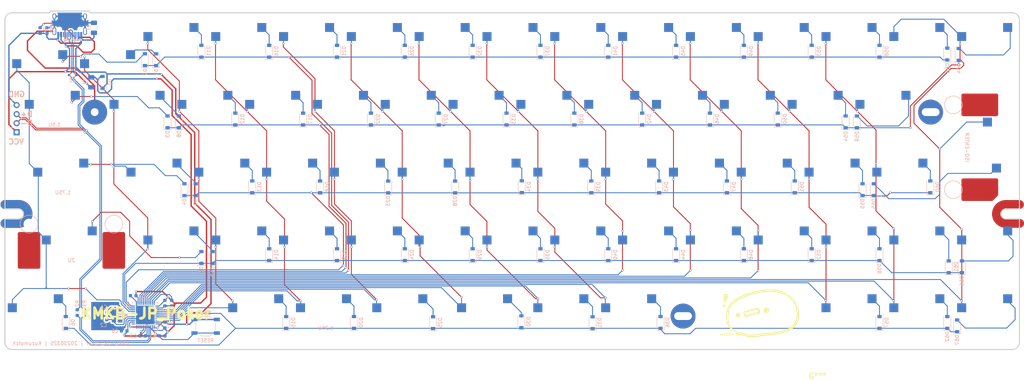
<source format=kicad_pcb>
(kicad_pcb (version 20211014) (generator pcbnew)
  (layers (0 "F.Cu" signal) (31 "B.Cu" signal) (34 "B.Paste" user) (35 "F.Paste" user) (36 "B.SilkS" user "B.Silkscreen") (37 "F.SilkS" user "F.Silkscreen") (38 "B.Mask" user) (39 "F.Mask" user) (44 "Edge.Cuts" user))
  (net 0 "")
  (net 1 "COL6")
  (net 2 "+5V")
  (net 3 "COL7")
  (net 4 "COL0")
  (net 5 "ROW0")
  (net 6 "Net-(D2-Pad2)")
  (net 7 "ROW1")
  (net 8 "Net-(D3-Pad2)")
  (net 9 "Net-(D4-Pad2)")
  (net 10 "Net-(D5-Pad2)")
  (net 11 "Net-(D6-Pad2)")
  (net 12 "Net-(D7-Pad2)")
  (net 13 "Net-(D8-Pad2)")
  (net 14 "Net-(D9-Pad2)")
  (net 15 "Net-(D11-Pad2)")
  (net 16 "Net-(D12-Pad2)")
  (net 17 "Net-(D13-Pad2)")
  (net 18 "Net-(D14-Pad2)")
  (net 19 "Net-(D15-Pad2)")
  (net 20 "Net-(D16-Pad2)")
  (net 21 "ROW2")
  (net 22 "Net-(D17-Pad2)")
  (net 23 "ROW3")
  (net 24 "Net-(D18-Pad2)")
  (net 25 "Net-(D19-Pad2)")
  (net 26 "Net-(D20-Pad2)")
  (net 27 "Net-(D21-Pad2)")
  (net 28 "Net-(D22-Pad2)")
  (net 29 "Net-(D23-Pad2)")
  (net 30 "Net-(D24-Pad2)")
  (net 31 "Net-(D25-Pad2)")
  (net 32 "Net-(D26-Pad2)")
  (net 33 "Net-(D27-Pad2)")
  (net 34 "Net-(D28-Pad2)")
  (net 35 "Net-(D29-Pad2)")
  (net 36 "Net-(D33-Pad2)")
  (net 37 "Net-(D34-Pad2)")
  (net 38 "ROW4")
  (net 39 "Net-(C1-Pad1)")
  (net 40 "Net-(D36-Pad2)")
  (net 41 "Net-(D38-Pad2)")
  (net 42 "Net-(D39-Pad2)")
  (net 43 "Net-(D40-Pad2)")
  (net 44 "Net-(D41-Pad2)")
  (net 45 "Net-(D42-Pad2)")
  (net 46 "Net-(D44-Pad2)")
  (net 47 "Net-(D45-Pad2)")
  (net 48 "Net-(D46-Pad2)")
  (net 49 "Net-(D47-Pad2)")
  (net 50 "Net-(D49-Pad2)")
  (net 51 "Net-(D50-Pad2)")
  (net 52 "Net-(D51-Pad2)")
  (net 53 "Net-(D54-Pad2)")
  (net 54 "Net-(D55-Pad2)")
  (net 55 "Net-(D56-Pad2)")
  (net 56 "Net-(D57-Pad2)")
  (net 57 "Net-(D59-Pad2)")
  (net 58 "Net-(D60-Pad2)")
  (net 59 "Net-(D61-Pad2)")
  (net 60 "Net-(D62-Pad2)")
  (net 61 "Net-(D63-Pad2)")
  (net 62 "Net-(D65-Pad2)")
  (net 63 "Net-(D66-Pad2)")
  (net 64 "Net-(D67-Pad2)")
  (net 65 "Net-(C2-Pad1)")
  (net 66 "Net-(C3-Pad2)")
  (net 67 "Net-(D32-Pad2)")
  (net 68 "Net-(D35-Pad2)")
  (net 69 "COL1")
  (net 70 "COL2")
  (net 71 "COL5")
  (net 72 "COL3")
  (net 73 "COL4")
  (net 74 "COL8")
  (net 75 "GND")
  (net 76 "D-")
  (net 77 "D+")
  (net 78 "COL9")
  (net 79 "COL10")
  (net 80 "COL11")
  (net 81 "COL12")
  (net 82 "COL13")
  (net 83 "Net-(D30-Pad2)")
  (net 84 "Net-(D31-Pad2)")
  (net 85 "Net-(D52-Pad2)")
  (net 86 "Net-(D48-Pad2)")
  (net 87 "Net-(D53-Pad2)")
  (net 88 "Net-(D58-Pad2)")
  (net 89 "Net-(R4-Pad2)")
  (net 90 "Net-(D37-Pad2)")
  (net 91 "Net-(D43-Pad2)")
  (net 95 "Net-(D64-Pad2)")
  (net 96 "Net-(R3-Pad1)")
  (net 97 "Net-(D10-Pad2)")
  (net 98 "VCC")
  (net 99 "Earth")
  (net 100 "Net-(R5-Pad2)")
  (net 101 "Net-(R6-Pad2)")
  (net 104 "USB+")
  (net 105 "USB-")
  (footprint "MX_Only:MXOnly-1U-Hotswap" (layer "F.Cu") (at 324.64375 238.91875)
    (fp_text reference "K_.1")
    (fp_text value "MX-NoLED")
  )
  (footprint "MX_Only:MXOnly-1U-Hotswap" (layer "F.Cu") (at 305.59375 238.91875)
    (fp_text reference "K_,1")
    (fp_text value "MX-NoLED")
  )
  (footprint "MX_Only:MXOnly-1U-Hotswap" (layer "F.Cu") (at 153.19375 181.76875 180)
    (fp_text reference "K_#1")
    (fp_text value "MX-NoLED")
  )
  (footprint "MX_Only:MXOnly-1U-Hotswap" (layer "F.Cu") (at 172.24375 181.76875)
    (fp_text reference "K_#2")
    (fp_text value "MX-NoLED")
  )
  (footprint "MX_Only:MXOnly-1U-Hotswap" (layer "F.Cu") (at 191.29375 181.76875)
    (fp_text reference "K_#3")
    (fp_text value "MX-NoLED")
  )
  (footprint "MX_Only:MXOnly-1U-Hotswap" (layer "F.Cu") (at 210.34375 181.76875)
    (fp_text reference "K_#4")
    (fp_text value "MX-NoLED")
  )
  (footprint "MX_Only:MXOnly-1U-Hotswap" (layer "F.Cu") (at 229.39375 181.76875)
    (fp_text reference "K_#5")
    (fp_text value "MX-NoLED")
  )
  (footprint "MX_Only:MXOnly-1U-Hotswap" (layer "F.Cu") (at 248.44375 181.76875)
    (fp_text reference "K_#6")
    (fp_text value "MX-NoLED")
  )
  (footprint "MX_Only:MXOnly-1U-Hotswap" (layer "F.Cu") (at 267.49375 181.76875)
    (fp_text reference "K_#7")
    (fp_text value "MX-NoLED")
  )
  (footprint "MX_Only:MXOnly-1U-Hotswap" (layer "F.Cu") (at 286.54375 181.76875)
    (fp_text reference "K_#8")
    (fp_text value "MX-NoLED")
  )
  (footprint "MX_Only:MXOnly-1U-Hotswap" (layer "F.Cu") (at 305.59375 181.76875)
    (fp_text reference "K_#9")
    (fp_text value "MX-NoLED")
  )
  (footprint "MX_Only:MXOnly-1U-Hotswap" (layer "F.Cu") (at 324.64375 181.76875)
    (fp_text reference "K_#0_1")
    (fp_text value "MX-NoLED")
  )
  (footprint "MX_Only:MXOnly-1U-Hotswap" (layer "F.Cu") (at 357.98125 219.86875)
    (fp_text reference "K_:1")
    (fp_text value "MX-NoLED")
  )
  (footprint "MX_Only:MXOnly-1U-Hotswap" (layer "F.Cu") (at 343.69375 181.76875)
    (fp_text reference "K_-1")
    (fp_text value "MX-NoLED")
  )
  (footprint "MX_Only:MXOnly-1U-Hotswap" (layer "F.Cu") (at 343.69375 238.91875)
    (fp_text reference "K_/1")
    (fp_text value "MX-NoLED")
  )
  (footprint "MX_Only:MXOnly-1U-Hotswap" (layer "F.Cu") (at 338.93125 219.86875)
    (fp_text reference "K_;1")
    (fp_text value "MX-NoLED")
  )
  (footprint "MX_Only:MXOnly-1U-Hotswap" (layer "F.Cu") (at 353.21875 200.81875)
    (fp_text reference "K_@1")
    (fp_text value "MX-NoLED")
  )
  (footprint "MX_Only:MXOnly-1U-Hotswap" (layer "F.Cu") (at 377.03125 219.86875)
    (fp_text reference "K_]1")
    (fp_text value "MX-NoLED")
  )
  (footprint "MX_Only:MXOnly-1U-Hotswap" (layer "F.Cu") (at 372.26875 200.81875)
    (fp_text reference "K_[1")
    (fp_text value "MX-NoLED")
  )
  (footprint "MX_Only:MXOnly-1U-Hotswap" (layer "F.Cu") (at 167.48125 219.86875)
    (fp_text reference "K_A1")
    (fp_text value "MX-NoLED")
  )
  (footprint "MX_Only:MXOnly-1U-Hotswap" (layer "F.Cu") (at 248.44375 238.91875)
    (fp_text reference "K_B1")
    (fp_text value "MX-NoLED")
  )
  (footprint "MX_Only:MXOnly-1U-Hotswap" (layer "F.Cu") (at 381.79375 181.76875)
    (fp_text reference "K_YEN1")
    (fp_text value "MX-NoLED")
  )
  (footprint "MX_Only:MXOnly-1U-Hotswap" (layer "F.Cu") (at 210.34375 238.91875)
    (fp_text reference "K_C1")
    (fp_text value "MX-NoLED")
  )
  (footprint "MX_Only:MXOnly-1U-Hotswap" (layer "F.Cu") (at 205.58125 219.86875)
    (fp_text reference "K_D1")
    (fp_text value "MX-NoLED")
  )
  (footprint "MX_Only:MXOnly-1U-Hotswap" (layer "F.Cu") (at 200.81875 200.81875)
    (fp_text reference "K_E1")
    (fp_text value "MX-NoLED")
  )
  (footprint "MX_Only:MXOnly-ISO-ROTATED-Hotswap" (layer "F.Cu") (at 398.4625 210.34375)
    (fp_text reference "K_ENTER1")
    (fp_text value "MX-NoLED")
  )
  (footprint "MX_Only:MXOnly-1U-Hotswap" (layer "F.Cu") (at 224.63125 219.86875)
    (fp_text reference "K_F1")
    (fp_text value "MX-NoLED")
  )
  (footprint "MX_Only:MXOnly-1U-Hotswap" (layer "F.Cu") (at 243.68125 219.86875)
    (fp_text reference "K_G1")
    (fp_text value "MX-NoLED")
  )
  (footprint "MX_Only:MXOnly-1U-Hotswap" (layer "F.Cu") (at 134.14375 181.76875 180)
    (fp_text reference "K_ESC1")
    (fp_text value "MX-NoLED")
  )
  (footprint "MX_Only:MXOnly-1U-Hotswap" (layer "F.Cu") (at 262.73125 219.86875)
    (fp_text reference "K_H1")
    (fp_text value "MX-NoLED")
  )
  (footprint "MX_Only:MXOnly-1U-Hotswap" (layer "F.Cu") (at 296.06875 200.81875)
    (fp_text reference "K_I1")
    (fp_text value "MX-NoLED")
  )
  (footprint "MX_Only:MXOnly-1U-Hotswap" (layer "F.Cu") (at 281.78125 219.86875)
    (fp_text reference "K_J1")
    (fp_text value "MX-NoLED")
  )
  (footprint "MX_Only:MXOnly-1U-Hotswap" (layer "F.Cu") (at 300.83125 219.86875)
    (fp_text reference "K_K1")
    (fp_text value "MX-NoLED")
  )
  (footprint "MX_Only:MXOnly-1U-Hotswap" (layer "F.Cu") (at 319.88125 219.86875)
    (fp_text reference "K_L1")
    (fp_text value "MX-NoLED")
  )
  (footprint "MX_Only:MXOnly-1U-Hotswap" (layer "F.Cu") (at 196.05625 257.96875)
    (fp_text reference "K_LALT1")
    (fp_text value "MX-NoLED")
  )
  (footprint "MX_Only:MXOnly-1U-Hotswap" (layer "F.Cu") (at 134.14375 257.96875)
    (fp_text reference "K_LCTRL1")
    (fp_text value "MX-NoLED")
  )
  (footprint "MX_Only:MXOnly-2U-Hotswap" (layer "F.Cu") (at 143.66875 238.91875)
    (fp_text reference "K_LSFT1")
    (fp_text value "MX-NoLED")
  )
  (footprint "MX_Only:MXOnly-1U-Hotswap" (layer "F.Cu") (at 286.54375 238.91875)
    (fp_text reference "K_M1")
    (fp_text value "MX-NoLED")
  )
  (footprint "MX_Only:MXOnly-1U-Hotswap" (layer "F.Cu") (at 267.49375 238.91875)
    (fp_text reference "K_N1")
    (fp_text value "MX-NoLED")
  )
  (footprint "MX_Only:MXOnly-1U-Hotswap" (layer "F.Cu") (at 315.11875 200.81875)
    (fp_text reference "K_O1")
    (fp_text value "MX-NoLED")
  )
  (footprint "MX_Only:MXOnly-1U-Hotswap" (layer "F.Cu") (at 334.16875 200.81875)
    (fp_text reference "K_P1")
    (fp_text value "MX-NoLED")
  )
  (footprint "MX_Only:MXOnly-1U-Hotswap" (layer "F.Cu") (at 219.86875 200.81875)
    (fp_text reference "K_R1")
    (fp_text value "MX-NoLED")
  )
  (footprint "MX_Only:MXOnly-1U-Hotswap" (layer "F.Cu") (at 362.74375 257.96875)
    (fp_text reference "K_LEFT1")
    (fp_text value "MX-NoLED")
  )
  (footprint "MX_Only:MXOnly-1U-Hotswap" (layer "F.Cu") (at 400.84375 257.96875)
    (fp_text reference "K_RIGHT1")
    (fp_text value "MX-NoLED")
  )
  (footprint "MX_Only:MXOnly-1U-Hotswap" (layer "F.Cu") (at 400.84375 238.91875)
    (fp_text reference "K_RSFT1")
    (fp_text value "MX-NoLED")
  )
  (footprint "MX_Only:MXOnly-1U-Hotswap" (layer "F.Cu") (at 186.53125 219.86875)
    (fp_text reference "K_S1")
    (fp_text value "MX-NoLED")
  )
  (footprint "MX_Only:MXOnly-1U-Hotswap" (layer "F.Cu") (at 238.91875 200.81875)
    (fp_text reference "K_T1")
    (fp_text value "MX-NoLED")
  )
  (footprint "MX_Only:MXOnly-1.5U-Hotswap" (layer "F.Cu") (at 138.90625 200.81875)
    (fp_text reference "K_TAB1")
    (fp_text value "MX-NoLED")
  )
  (footprint "MX_Only:MXOnly-1U-Hotswap" (layer "F.Cu") (at 277.01875 200.81875)
    (fp_text reference "K_U1")
    (fp_text value "MX-NoLED")
  )
  (footprint "MX_Only:MXOnly-1U-Hotswap" (layer "F.Cu") (at 229.39375 238.91875)
    (fp_text reference "K_V1")
    (fp_text value "MX-NoLED")
  )
  (footprint "MX_Only:MXOnly-1U-Hotswap" (layer "F.Cu") (at 191.29375 238.91875)
    (fp_text reference "K_X1")
    (fp_text value "MX-NoLED")
  )
  (footprint "MX_Only:MXOnly-1U-Hotswap" (layer "F.Cu") (at 257.96875 200.81875)
    (fp_text reference "K_Y1")
    (fp_text value "MX-NoLED")
  )
  (footprint "MX_Only:MXOnly-1U-Hotswap" (layer "F.Cu") (at 172.24375 238.91875)
    (fp_text reference "K_Z1")
    (fp_text value "MX-NoLED")
  )
  (footprint "MX_Only:MXOnly-1U-Hotswap" (layer "F.Cu") (at 381.79375 257.96875)
    (fp_text reference "K_DOWN1")
    (fp_text value "MX-NoLED")
  )
  (footprint "MX_Only:MXOnly-1U-Hotswap" (layer "F.Cu") (at 362.74375 238.91875)
    (fp_text reference "K_BKSL1")
    (fp_text value "MX-NoLED")
  )
  (footprint "MX_Only:MXOnly-1U-Hotswap" (layer "F.Cu") (at 400.84375 181.76875)
    (fp_text reference "K_BKSPC1")
    (fp_text value "MX-NoLED")
  )
  (footprint "MX_Only:MXOnly-1U-Hotswap" (layer "F.Cu") (at 181.76875 200.81875)
    (fp_text reference "K_W1")
    (fp_text value "MX-NoLED")
  )
  (footprint "MX_Only:MXOnly-1U-Hotswap" (layer "F.Cu") (at 162.71875 200.81875)
    (fp_text reference "K_Q1")
    (fp_text value "MX-NoLED")
  )
  (footprint "MX_Only:MXOnly-1.75U-Hotswap" (layer "F.Cu") (at 141.2875 219.86875)
    (fp_text reference "K_CAPS1")
    (fp_text value "MX-LED")
  )
  (footprint "MX_Only:MXOnly-1U-Hotswap" (layer "F.Cu") (at 215.10625 257.96875)
    (fp_text reference "K_NHENK1")
    (fp_text value "MX-NoLED")
  )
  (footprint "locallib:60_Outline-Modded-Extreme-deleteCenterHole" (layer "F.Cu") (at 267.49375 219.86875)
    (fp_text reference "REF**" hide)
    (fp_text value "60_Outline" hide)
    (fp_line (start -140.5 47.3) (end 140.5 47.3) (layer "Edge.Cuts") (width 0.3))
    (fp_line (start -142.5 45.3) (end -142.5 10.6) (layer "Edge.Cuts") (width 0.3))
    (fp_line (start 138.7 7.8) (end 142.5 7.8) (layer "Edge.Cuts") (width 0.3))
    (fp_line (start -140.5 -47.3) (end -130.3 -47.3) (layer "Edge.Cuts") (width 0.3))
    (fp_line (start -142.5 10.6) (end -138.7 10.6) (layer "Edge.Cuts") (width 0.3))
    (fp_line (start 142.5 7.8) (end 142.5 -45.3) (layer "Edge.Cuts") (width 0.3))
    (fp_line (start 138.7 10.6) (end 142.5 10.6) (layer "Edge.Cuts") (width 0.3))
    (fp_line (start 140.5 -47.3) (end -118.3 -47.3) (layer "Edge.Cuts") (width 0.3))
    (fp_line (start -142.5 7.8) (end -142.5 -45.3) (layer "Edge.Cuts") (width 0.3))
    (fp_line (start -129.8 -47.8) (end -118.8 -47.8) (layer "Edge.Cuts") (width 0.3))
    (fp_line (start 142.5 10.6) (end 142.5 45.3) (layer "Edge.Cuts") (width 0.3))
    (fp_line (start -138.7 7.8) (end -142.5 7.8) (layer "Edge.Cuts") (width 0.3))
    (fp_arc (start 138.7 10.6) (mid 137.710051 10.189949) (end 137.3 9.2) (layer "Edge.Cuts") (width 0.3))
    (fp_arc (start 140.5 -47.3) (mid 141.914214 -46.714214) (end 142.5 -45.3) (layer "Edge.Cuts") (width 0.3))
    (fp_arc (start -138.7 7.8) (mid -137.710051 8.210051) (end -137.3 9.2) (layer "Edge.Cuts") (width 0.3))
    (fp_arc (start -129.8 -47.8) (mid -129.946447 -47.446447) (end -130.3 -47.3) (layer "Edge.Cuts") (width 0.3))
    (fp_arc (start 142.5 45.3) (mid 141.914214 46.714214) (end 140.5 47.3) (layer "Edge.Cuts") (width 0.3))
    (fp_arc (start -137.3 9.2) (mid -137.710051 10.189949) (end -138.7 10.6) (layer "Edge.Cuts") (width 0.3))
    (fp_arc (start -118.3 -47.3) (mid -118.653553 -47.446447) (end -118.8 -47.8) (layer "Edge.Cuts") (width 0.3))
    (fp_arc (start -142.5 -45.3) (mid -141.914214 -46.714214) (end -140.5 -47.3) (layer "Edge.Cuts") (width 0.3))
    (fp_arc (start 137.3 9.2) (mid 137.710051 8.210051) (end 138.7 7.8) (layer "Edge.Cuts") (width 0.3))
    (fp_arc (start -140.5 47.3) (mid -141.914214 46.714214) (end -142.5 45.3) (layer "Edge.Cuts") (width 0.3))
  )
  (footprint "MX_Only:MXOnly-1U-Hotswap" (layer "F.Cu") (at 362.74375 181.76875)
    (fp_text reference "K_=1")
    (fp_text value "MX-NoLED")
  )
  (footprint "MX_Only:MXOnly-1U-Hotswap" (layer "F.Cu") (at 281.78125 257.96875)
    (fp_text reference "K_HENK1")
    (fp_text value "MX-NoLED")
  )
  (footprint "kuzumotch_icon:kuzumotch_icon" (layer "F.Cu") (at 336.804 256.794)
    (fp_text reference "G***")
    (fp_text value "LOGO" hide)
  )
  (footprint "MX_Only:MXOnly-1U-Hotswap" (layer "F.Cu") (at 300.83125 257.96875)
    (fp_text reference "K_WIN1")
    (fp_text value "MX-NoLED")
  )
  (footprint "Connector_PinHeader_2.54mm:PinHeader_1x04_P2.54mm_Vertical" (layer "F.Cu") (at 128.27 206.111 180)
    (fp_text reference "J1")
    (fp_text value "Conn_01x04")
  )
  (footprint "MX_Only:MXOnly-1U-Hotswap" (layer "F.Cu") (at 381.79375 238.91875)
    (fp_text reference "K_UP1")
    (fp_text value "MX-NoLED")
  )
  (footprint "MX_Only:MXOnly-1.25U-Hotswap" (layer "F.Cu") (at 260.35 257.96875)
    (fp_text reference "K_RSPACE1")
    (fp_text value "MX-NoLED")
  )
  (footprint "MX_Only:MXOnly-1.25U-Hotswap" (layer "F.Cu") (at 236.5375 257.96875)
    (fp_text reference "K_LSPACE1")
    (fp_text value "MX-NoLED")
  )
  (footprint "Diode_SMD:D_SOD-123" (layer "B.Cu") (at 164.30625 185.7375 90)
    (fp_text reference "D2")
    (fp_text value "SOD-123")
  )
  (footprint "Diode_SMD:D_SOD-123" (layer "B.Cu") (at 170.65625 203.2 90)
    (fp_text reference "D3")
    (fp_text value "SOD-123")
  )
  (footprint "Diode_SMD:D_SOD-123" (layer "B.Cu") (at 175.41875 222.25 90)
    (fp_text reference "D4")
    (fp_text value "SOD-123")
  )
  (footprint "Diode_SMD:D_SOD-123" (layer "B.Cu") (at 180.18125 241.3 90)
    (fp_text reference "D5")
    (fp_text value "SOD-123")
  )
  (footprint "Diode_SMD:D_SOD-123" (layer "B.Cu") (at 142.08125 259.55625 90)
    (fp_text reference "D6")
    (fp_text value "SOD-123")
  )
  (footprint "Diode_SMD:D_SOD-123" (layer "B.Cu") (at 173.83125 203.2 90)
    (fp_text reference "D8")
    (fp_text value "SOD-123")
  )
  (footprint "Diode_SMD:D_SOD-123" (layer "B.Cu") (at 180.18125 183.35625 90)
    (fp_text reference "D11")
    (fp_text value "SOD-123")
  )
  (footprint "Diode_SMD:D_SOD-123" (layer "B.Cu") (at 194.46875 221.45625 90)
    (fp_text reference "D13")
    (fp_text value "SOD-123")
  )
  (footprint "Diode_SMD:D_SOD-123" (layer "B.Cu") (at 183.35625 241.3 90)
    (fp_text reference "D10")
    (fp_text value "SOD-123")
  )
  (footprint "Diode_SMD:D_SOD-123" (layer "B.Cu") (at 203.99375 259.55625 90)
    (fp_text reference "D15")
    (fp_text value "SOD-123")
  )
  (footprint "Diode_SMD:D_SOD-123" (layer "B.Cu") (at 199.23125 183.35625 90)
    (fp_text reference "D16")
    (fp_text value "SOD-123")
  )
  (footprint "Diode_SMD:D_SOD-123" (layer "B.Cu") (at 208.75625 202.40625 90)
    (fp_text reference "D17")
    (fp_text value "SOD-123")
  )
  (footprint "Diode_SMD:D_SOD-123" (layer "B.Cu") (at 213.51875 221.45625 90)
    (fp_text reference "D18")
    (fp_text value "SOD-123")
  )
  (footprint "Diode_SMD:D_SOD-123" (layer "B.Cu") (at 199.23125 240.50625 90)
    (fp_text reference "D14")
    (fp_text value "SOD-123")
  )
  (footprint "Diode_SMD:D_SOD-123" (layer "B.Cu") (at 218.28125 183.35625 90)
    (fp_text reference "D21")
    (fp_text value "SOD-123")
  )
  (footprint "Diode_SMD:D_SOD-123" (layer "B.Cu") (at 227.80625 202.40625 90)
    (fp_text reference "D22")
    (fp_text value "SOD-123")
  )
  (footprint "Diode_SMD:D_SOD-123" (layer "B.Cu") (at 232.664 221.488 90)
    (fp_text reference "D23")
    (fp_text value "SOD-123")
  )
  (footprint "Diode_SMD:D_SOD-123" (layer "B.Cu") (at 218.28125 240.50625 90)
    (fp_text reference "D19")
    (fp_text value "SOD-123")
  )
  (footprint "Diode_SMD:D_SOD-123" (layer "B.Cu") (at 237.33125 183.35625 90)
    (fp_text reference "D26")
    (fp_text value "SOD-123")
  )
  (footprint "Diode_SMD:D_SOD-123" (layer "B.Cu") (at 246.85625 202.40625 90)
    (fp_text reference "D27")
    (fp_text value "SOD-123")
  )
  (footprint "Diode_SMD:D_SOD-123" (layer "B.Cu") (at 237.33125 240.50625 90)
    (fp_text reference "D24")
    (fp_text value "SOD-123")
  )
  (footprint "Diode_SMD:D_SOD-123" (layer "B.Cu") (at 256.38125 183.35625 90)
    (fp_text reference "D32")
    (fp_text value "SOD-123")
  )
  (footprint "Diode_SMD:D_SOD-123" (layer "B.Cu") (at 265.90625 202.40625 90)
    (fp_text reference "D33")
    (fp_text value "SOD-123")
  )
  (footprint "Diode_SMD:D_SOD-123" (layer "B.Cu") (at 270.183 221.411 90)
    (fp_text reference "D34")
    (fp_text value "SOD-123")
  )
  (footprint "Diode_SMD:D_SOD-123" (layer "B.Cu") (at 256.38125 240.50625 90)
    (fp_text reference "D29")
    (fp_text value "SOD-123")
  )
  (footprint "Diode_SMD:D_SOD-123" (layer "B.Cu") (at 275.43125 183.35625 90)
    (fp_text reference "D37")
    (fp_text value "SOD-123")
  )
  (footprint "Diode_SMD:D_SOD-123" (layer "B.Cu") (at 284.95625 202.40625 90)
    (fp_text reference "D38")
    (fp_text value "SOD-123")
  )
  (footprint "Diode_SMD:D_SOD-123" (layer "B.Cu") (at 289.71875 221.45625 90)
    (fp_text reference "D39")
    (fp_text value "SOD-123")
  )
  (footprint "Diode_SMD:D_SOD-123" (layer "B.Cu") (at 275.43125 240.50625 90)
    (fp_text reference "D35")
    (fp_text value "SOD-123")
  )
  (footprint "Diode_SMD:D_SOD-123" (layer "B.Cu") (at 294.48125 183.35625 90)
    (fp_text reference "D41")
    (fp_text value "SOD-123")
  )
  (footprint "Diode_SMD:D_SOD-123" (layer "B.Cu") (at 304.00625 202.40625 90)
    (fp_text reference "D42")
    (fp_text value "SOD-123")
  )
  (footprint "Diode_SMD:D_SOD-123" (layer "B.Cu") (at 308.76875 221.45625 90)
    (fp_text reference "D43")
    (fp_text value "SOD-123")
  )
  (footprint "Diode_SMD:D_SOD-123" (layer "B.Cu") (at 294.48125 240.50625 90)
    (fp_text reference "D40")
    (fp_text value "SOD-123")
  )
  (footprint "Diode_SMD:D_SOD-123" (layer "B.Cu") (at 313.53125 183.35625 90)
    (fp_text reference "D45")
    (fp_text value "SOD-123")
  )
  (footprint "Diode_SMD:D_SOD-123" (layer "B.Cu") (at 323.05625 202.40625 90)
    (fp_text reference "D46")
    (fp_text value "SOD-123")
  )
  (footprint "Diode_SMD:D_SOD-123" (layer "B.Cu") (at 327.81875 221.45625 90)
    (fp_text reference "D47")
    (fp_text value "SOD-123")
  )
  (footprint "Diode_SMD:D_SOD-123" (layer "B.Cu") (at 313.53125 240.50625 90)
    (fp_text reference "D44")
    (fp_text value "SOD-123")
  )
  (footprint "Diode_SMD:D_SOD-123" (layer "B.Cu") (at 332.58125 183.35625 90)
    (fp_text reference "D49")
    (fp_text value "SOD-123")
  )
  (footprint "Diode_SMD:D_SOD-123" (layer "B.Cu") (at 342.10625 202.40625 90)
    (fp_text reference "D50")
    (fp_text value "SOD-123")
  )
  (footprint "Diode_SMD:D_SOD-123" (layer "B.Cu") (at 346.86875 221.45625 90)
    (fp_text reference "D51")
    (fp_text value "SOD-123")
  )
  (footprint "Diode_SMD:D_SOD-123" (layer "B.Cu") (at 332.58125 240.50625 90)
    (fp_text reference "D48")
    (fp_text value "SOD-123")
  )
  (footprint "Diode_SMD:D_SOD-123" (layer "B.Cu") (at 351.63125 183.35625 90)
    (fp_text reference "D53")
    (fp_text value "SOD-123")
  )
  (footprint "Diode_SMD:D_SOD-123" (layer "B.Cu") (at 361.15625 203.2 90)
    (fp_text reference "D54")
    (fp_text value "SOD-123")
  )
  (footprint "Diode_SMD:D_SOD-123" (layer "B.Cu") (at 365.91875 222.25 90)
    (fp_text reference "D55")
    (fp_text value "SOD-123")
  )
  (footprint "Diode_SMD:D_SOD-123" (layer "B.Cu") (at 351.63125 240.50625 90)
    (fp_text reference "D52")
    (fp_text value "SOD-123")
  )
  (footprint "Diode_SMD:D_SOD-123" (layer "B.Cu") (at 370.68125 259.55625 90)
    (fp_text reference "D57")
    (fp_text value "SOD-123")
  )
  (footprint "Diode_SMD:D_SOD-123" (layer "B.Cu") (at 364.33125 203.2 90)
    (fp_text reference "D59")
    (fp_text value "SOD-123")
  )
  (footprint "Diode_SMD:D_SOD-123" (layer "B.Cu") (at 393.84375 243.91875 90)
    (fp_text reference "D66")
    (fp_text value "SOD-123")
  )
  (footprint "Diode_SMD:D_SOD-123" (layer "B.Cu") (at 384.96875 221.45625 90)
    (fp_text reference "D60")
    (fp_text value "SOD-123")
  )
  (footprint "Diode_SMD:D_SOD-123" (layer "B.Cu") (at 369.09375 222.25 90)
    (fp_text reference "D65")
    (fp_text value "SOD-123")
  )
  (footprint "Diode_SMD:D_SOD-123" (layer "B.Cu") (at 392.509375 260.50625 90)
    (fp_text reference "D67")
    (fp_text value "SOD-123")
  )
  (footprint "Diode_SMD:D_SOD-123" (layer "B.Cu") (at 389.73125 184.15 90)
    (fp_text reference "D63")
    (fp_text value "SOD-123")
  )
  (footprint "Diode_SMD:D_SOD-123" (layer "B.Cu") (at 370.68125 183.35625 90)
    (fp_text reference "D58")
    (fp_text value "SOD-123")
  )
  (footprint "Diode_SMD:D_SOD-123" (layer "B.Cu") (at 392.938 184.25 90)
    (fp_text reference "D64")
    (fp_text value "SOD-123")
  )
  (footprint "Diode_SMD:D_SOD-123" (layer "B.Cu") (at 370.68125 240.50625 90)
    (fp_text reference "D56")
    (fp_text value "SOD-123")
  )
  (footprint "Diode_SMD:D_SOD-123" (layer "B.Cu") (at 389.73125 259.55625 90)
    (fp_text reference "D62")
    (fp_text value "SOD-123")
  )
  (footprint "Resistor_SMD:R_0603_1608Metric" (layer "B.Cu") (at 171.823875 254.11825 90)
    (fp_text reference "R6")
    (fp_text value "1k")
  )
  (footprint "Capacitor_SMD:C_0603_1608Metric" (layer "B.Cu") (at 161.028875 252.02275 180)
    (fp_text reference "C4")
    (fp_text value "0.1uF")
  )
  (footprint "Resistor_SMD:R_0603_1608Metric" (layer "B.Cu") (at 169.169575 263.3321)
    (fp_text reference "R3")
    (fp_text value "10k")
  )
  (footprint "Button_Switch_SMD:SW_SPST_TL3342" (layer "B.Cu") (at 181.36475 260.632 180)
    (fp_text reference "SW1")
    (fp_text value "SW_Push")
  )
  (footprint "Diode_SMD:D_SOD-123" (layer "B.Cu") (at 189.70625 202.40625 90)
    (fp_text reference "D12")
    (fp_text value "SOD-123")
  )
  (footprint "Diode_SMD:D_SOD-123" (layer "B.Cu") (at 223.04375 259.55625 90)
    (fp_text reference "D20")
    (fp_text value "SOD-123")
  )
  (footprint "Diode_SMD:D_SOD-123" (layer "B.Cu") (at 251.46 221.488 90)
    (fp_text reference "D28")
    (fp_text value "SOD-123")
  )
  (footprint "Diode_SMD:D_SOD-123" (layer "B.Cu") (at 178.59375 222.25 90)
    (fp_text reference "D9")
    (fp_text value "SOD-123")
  )
  (footprint "Diode_SMD:D_SOD-123" (layer "B.Cu") (at 152.4 192.0875 90)
    (fp_text reference "D1")
    (fp_text value "SMF6.0CA")
  )
  (footprint "Fuse:Fuse_1206_3216Metric" (layer "B.Cu") (at 149.225 192.0875 -90)
    (fp_text reference "F1")
    (fp_text value "Polyfuse_Small")
  )
  (footprint "Inductor_SMD:L_1206_3216Metric" (layer "B.Cu") (at 149.987 176.784 -90)
    (fp_text reference "L1")
    (fp_text value "60R@100MHz")
  )
  (footprint "Resistor_SMD:R_0603_1608Metric" (layer "B.Cu") (at 134.874 177.546 90)
    (fp_text reference "R4")
    (fp_text value "5.1k")
  )
  (footprint "Resistor_SMD:R_0603_1608Metric" (layer "B.Cu") (at 136.779 177.546 90)
    (fp_text reference "R5")
    (fp_text value "5.1k")
  )
  (footprint "random-keyboard-parts:SOT143B" (layer "B.Cu") (at 144.018 189.103 180)
    (fp_text reference "U2")
    (fp_text value "PRTR5V0U2X")
  )
  (footprint "Type-C:HRO-TYPE-C-31-M-12-Assembly" (layer "B.Cu") (at 143.1925 170.9674)
    (fp_text reference "USB1")
    (fp_text value "HRO-TYPE-C-31-M-12")
  )
  (footprint "Package_DFN_QFN:QFN-44-1EP_7x7mm_P0.5mm_EP5.2x5.2mm" (layer "B.Cu") (at 164.409375 257.46875 90)
    (fp_text reference "U1")
    (fp_text value "ATmega32U4-MU")
  )
  (footprint "Crystal:Crystal_SMD_3225-4Pin_3.2x2.5mm" (layer "B.Cu") (at 156.456875 257.73775 -90)
    (fp_text reference "Y1")
    (fp_text value "16MHz")
  )
  (footprint "Capacitor_SMD:C_0603_1608Metric" (layer "B.Cu") (at 152.773875 258.75375 180)
    (fp_text reference "C2")
    (fp_text value "22pF")
  )
  (footprint "Capacitor_SMD:C_0603_1608Metric" (layer "B.Cu") (at 169.918875 260.27775 90)
    (fp_text reference "C7")
    (fp_text value "10uF")
  )
  (footprint "Capacitor_SMD:C_0603_1608Metric" (layer "B.Cu") (at 169.918875 254.11825 -90)
    (fp_text reference "C5")
    (fp_text value "0.1uF")
  )
  (footprint "Capacitor_SMD:C_0603_1608Metric" (layer "B.Cu") (at 163.695875 263.32575 180)
    (fp_text reference "C3")
    (fp_text value "1uF")
  )
  (footprint "Capacitor_SMD:C_0603_1608Metric" (layer "B.Cu") (at 158.488875 261.92875 180)
    (fp_text reference "C6")
    (fp_text value "0.1uF")
  )
  (footprint "Capacitor_SMD:C_0603_1608Metric" (layer "B.Cu") (at 152.773875 256.72175 180)
    (fp_text reference "C1")
    (fp_text value "22pF")
  )
  (footprint "Diode_SMD:D_SOD-123" (layer "B.Cu") (at 167.48125 185.7375 90)
    (fp_text reference "D7")
    (fp_text value "SOD-123")
  )
  (footprint "Resistor_SMD:R_0603_1608Metric" (layer "B.Cu") (at 147.236336 256.788664 90)
    (fp_text reference "R1")
    (fp_text value "22")
  )
  (footprint "Resistor_SMD:R_0603_1608Metric" (layer "B.Cu") (at 145.299586 256.788664 90)
    (fp_text reference "R2")
    (fp_text value "22")
  )
  (footprint "Diode_SMD:D_SOD-123" (layer "B.Cu") (at 390.128125 243.91875 90)
    (fp_text reference "D61")
    (fp_text value "SOD-123")
  )
  (footprint "Diode_SMD:D_SOD-123" (layer "B.Cu") (at 245.26875 259.61875 90)
    (fp_text reference "D25")
    (fp_text value "SOD-123")
  )
  (footprint "Diode_SMD:D_SOD-123" (layer "B.Cu") (at 309.165625 259.55 90)
    (fp_text reference "D36")
    (fp_text value "SOD-123")
  )
  (footprint "Diode_SMD:D_SOD-123" (layer "B.Cu") (at 290.075 259.63125 90)
    (fp_text reference "D31")
    (fp_text value "SOD-123")
  )
  (footprint "Diode_SMD:D_SOD-123" (layer "B.Cu") (at 270.075 259.35 90)
    (fp_text reference "D30")
    (fp_text value "SOD-123")
  )
  (gr_circle (center 391.4375 198.4375) (end 393.9375 198.4375) (layer "B.SilkS") (width 0.15) (fill none))
  (gr_circle (center 391.4375 222.25) (end 393.9375 222.25) (layer "B.SilkS") (width 0.15) (fill none))
  (gr_circle (center 167.759875 261.61125) (end 167.982125 261.61125) (layer "B.SilkS") (width 0.15) (fill none))
  (gr_circle (center 131.75615 231.9274) (end 134.25615 231.9274) (layer "B.SilkS") (width 0.15) (fill none))
  (gr_circle (center 155.58135 231.9274) (end 158.08135 231.9274) (layer "B.SilkS") (width 0.15) (fill none))
  (gr_text "GND" (at 128.27 195.453) (layer "B.SilkS") (effects (font (size 1.5 1.5) (thickness 0.3)) (justify mirror)))
  (gr_text "2U" (at 143.66875 242.09375) (layer "B.SilkS") (effects (font (size 1 1)) (justify mirror)))
  (gr_text "D+" (at 131.064 201.041) (layer "B.SilkS") (effects (font (size 1.5 1.5) (thickness 0.3)) (justify mirror)))
  (gr_text "ISO-ENTER" (at 395.2875 210.34375 270) (layer "B.SilkS") (effects (font (size 1 1)) (justify mirror)))
  (gr_text "1.5U" (at 138.90625 203.99375) (layer "B.SilkS") (effects (font (size 1 1)) (justify mirror)))
  (gr_text "D-\n" (at 131.064 203.581) (layer "B.SilkS") (effects (font (size 1.5 1.5) (thickness 0.3)) (justify mirror)))
  (gr_text "KMKB-JP_Poker | 20230325 | Kuzumotch" (at 143.51 265.43) (layer "B.SilkS") (effects (font (size 1 1)) (justify mirror)))
  (gr_text "1.75U" (at 141.2875 223.04375) (layer "B.SilkS") (effects (font (size 1 1)) (justify mirror)))
  (gr_text "1.25U" (at 215.10625 261.14375) (layer "B.SilkS") (effects (font (size 1 1)) (justify mirror)))
  (gr_text "RESET" (at 181.36475 264.60075) (layer "B.SilkS") (effects (font (size 1 1)) (justify mirror)))
  (gr_text "VCC" (at 128.143 208.788) (layer "B.SilkS") (effects (font (size 1.5 1.5) (thickness 0.3)) (justify mirror)))
  (gr_text "KMKB-JP_Poker" (at 164.592 257.048) (layer "F.SilkS") (effects (font (size 3 3) (thickness 0.75))))
  (segment (start 260.38175 231.17175) (end 260.38175 238.34725) (width 0.254) (layer "F.Cu") (net 1))
  (segment (start 260.4135 238.379) (end 260.4135 239.2385) (width 0.254) (layer "F.Cu") (net 1))
  (segment (start 274.06375 252.88875) (end 274.73275 252.88875) (width 0.254) (layer "F.Cu") (net 1))
  (segment (start 260.4135 239.2385) (end 274.06375 252.88875) (width 0.254) (layer "F.Cu") (net 1))
  (segment (start 241.3 191.389) (end 250.19 200.279) (width 0.254) (layer "F.Cu") (net 1))
  (segment (start 255.651 226.441) (end 260.38175 231.17175) (width 0.254) (layer "F.Cu") (net 1))
  (segment (start 255.651 219.71) (end 255.651 205.74) (width 0.254) (layer "F.Cu") (net 1))
  (segment (start 255.651 219.71) (end 255.651 226.441) (width 0.254) (layer "F.Cu") (net 1))
  (segment (start 255.651 205.74) (end 250.19 200.279) (width 0.254) (layer "F.Cu") (net 1))
  (segment (start 241.3 181.229) (end 241.3 181.991) (width 0.254) (layer "F.Cu") (net 1))
  (segment (start 241.3 181.991) (end 241.3 191.389) (width 0.254) (layer "F.Cu") (net 1))
  (segment (start 260.38175 238.34725) (end 260.4135 238.379) (width 0.254) (layer "F.Cu") (net 1))
  (via (at 250.19 200.279) (size 0.6) (drill 0.4) (layers "F.Cu" "B.Cu") (net 1))
  (via (at 241.3 181.229) (size 0.6) (drill 0.4) (layers "F.Cu" "B.Cu") (net 1))
  (via (at 255.651 219.71) (size 0.6) (drill 0.4) (layers "F.Cu" "B.Cu") (net 1))
  (via (at 274.73275 252.88875) (size 0.6) (drill 0.4) (layers "F.Cu" "B.Cu") (net 1))
  (via (at 260.4135 238.379) (size 0.6) (drill 0.4) (layers "F.Cu" "B.Cu") (net 1))
  (segment (start 271.188 249.313) (end 274.73275 252.85775) (width 0.254) (layer "B.Cu") (net 1))
  (segment (start 180.435612 249.313) (end 271.188 249.313) (width 0.254) (layer "B.Cu") (net 1))
  (segment (start 255.651 219.71) (end 255.651 217.3335) (width 0.254) (layer "B.Cu") (net 1))
  (segment (start 241.35875 181.17025) (end 241.3 181.229) (width 0.254) (layer "B.Cu") (net 1))
  (segment (start 241.35875 179.22875) (end 241.35875 181.17025) (width 0.254) (layer "B.Cu") (net 1))
  (segment (start 250.19 198.9725) (end 250.88375 198.27875) (width 0.254) (layer "B.Cu") (net 1))
  (segment (start 274.69625 252.92525) (end 274.69625 255.42875) (width 0.254) (layer "B.Cu") (net 1))
  (segment (start 250.19 200.279) (end 250.19 198.9725) (width 0.254) (layer "B.Cu") (net 1))
  (segment (start 260.4135 238.379) (end 260.4135 236.3835) (width 0.254) (layer "B.Cu") (net 1))
  (segment (start 255.651 217.3335) (end 255.64625 217.32875) (width 0.254) (layer "B.Cu") (net 1))
  (segment (start 167.746875 256.46875) (end 173.279863 256.46875) (width 0.254) (layer "B.Cu") (net 1))
  (segment (start 173.279863 256.46875) (end 180.435612 249.313) (width 0.254) (layer "B.Cu") (net 1))
  (segment (start 260.4135 236.3835) (end 260.40875 236.37875) (width 0.254) (layer "B.Cu") (net 1))
  (segment (start 170.934875 262.05575) (end 170.76025 262.230375) (width 0.381) (layer "F.Cu") (net 2))
  (segment (start 162.743375 263.3575) (end 163.632375 263.3575) (width 0.381) (layer "F.Cu") (net 2))
  (segment (start 172.646125 254.564375) (end 172.522375 254.564375) (width 0.381) (layer "F.Cu") (net 2))
  (segment (start 181.61 252.476) (end 179.96775 254.11825) (width 0.381) (layer "F.Cu") (net 2))
  (segment (start 171.958 194.31) (end 171.958 201.422) (width 0.381) (layer "F.Cu") (net 2))
  (segment (start 179.96775 254.11825) (end 173.09225 254.11825) (width 0.381) (layer "F.Cu") (net 2))
  (segment (start 161.790875 250.87975) (end 169.283875 250.87975) (width 0.381) (layer "F.Cu") (net 2))
  (segment (start 167.64 191.135) (end 168.783 191.135) (width 0.381) (layer "F.Cu") (net 2))
  (segment (start 169.283875 250.87975) (end 170.807875 252.40375) (width 0.381) (layer "F.Cu") (net 2))
  (segment (start 171.958 201.422) (end 177.292 206.756) (width 0.381) (layer "F.Cu") (net 2))
  (segment (start 163.632375 263.3575) (end 163.187875 262.913) (width 0.381) (layer "F.Cu") (net 2))
  (segment (start 181.61 231.14) (end 181.61 252.476) (width 0.381) (layer "F.Cu") (net 2))
  (segment (start 172.522375 254.564375) (end 172.522375 254.11825) (width 0.381) (layer "F.Cu") (net 2))
  (segment (start 163.187875 262.913) (end 163.187875 262.05575) (width 0.381) (layer "F.Cu") (net 2))
  (segment (start 173.09225 254.11825) (end 172.522375 254.11825) (width 0.381) (layer "F.Cu") (net 2))
  (segment (start 158.679375 263.3575) (end 158.425375 263.1035) (width 0.381) (layer "F.Cu") (net 2))
  (segment (start 177.292 206.756) (end 177.292 226.822) (width 0.381) (layer "F.Cu") (net 2))
  (segment (start 170.76025 262.230375) (end 169.633125 263.3575) (width 0.381) (layer "F.Cu") (net 2))
  (segment (start 163.187875 262.913) (end 162.743375 263.3575) (width 0.381) (layer "F.Cu") (net 2))
  (segment (start 169.633125 263.3575) (end 163.632375 263.3575) (width 0.381) (layer "F.Cu") (net 2))
  (segment (start 177.292 226.822) (end 181.61 231.14) (width 0.381) (layer "F.Cu") (net 2))
  (segment (start 173.09225 254.11825) (end 172.646125 254.564375) (width 0.381) (layer "F.Cu") (net 2))
  (segment (start 162.743375 263.3575) (end 158.679375 263.3575) (width 0.381) (layer "F.Cu") (net 2))
  (segment (start 172.522375 254.11825) (end 170.807875 252.40375) (width 0.381) (layer "F.Cu") (net 2))
  (segment (start 170.934875 262.05575) (end 172.522375 260.46825) (width 0.381) (layer "F.Cu") (net 2))
  (segment (start 168.783 191.135) (end 171.958 194.31) (width 0.381) (layer "F.Cu") (net 2))
  (segment (start 172.522375 260.46825) (end 172.522375 254.564375) (width 0.381) (layer "F.Cu") (net 2))
  (via (at 163.187875 262.05575) (size 0.6) (drill 0.4) (layers "F.Cu" "B.Cu") (net 2))
  (via (at 161.790875 250.87975) (size 0.6) (drill 0.4) (layers "F.Cu" "B.Cu") (net 2))
  (via (at 170.807875 252.40375) (size 0.6) (drill 0.4) (layers "F.Cu" "B.Cu") (net 2))
  (via (at 170.76025 262.230375) (size 0.6) (drill 0.4) (layers "F.Cu" "B.Cu") (net 2))
  (via (at 167.64 191.135) (size 0.6) (drill 0.4) (layers "F.Cu" "B.Cu") (net 2))
  (via (at 158.425375 263.1035) (size 0.6) (drill 0.4) (layers "F.Cu" "B.Cu") (net 2))
  (segment (start 163.441875 262.05575) (end 163.187875 262.05575) (width 0.254) (layer "B.Cu") (net 2))
  (segment (start 163.909375 260.80625) (end 163.909375 261.58825) (width 0.254) (layer "B.Cu") (net 2))
  (segment (start 163.909375 261.58825) (end 163.441875 262.05575) (width 0.254) (layer "B.Cu") (net 2))
  (segment (start 169.79025 261.06525) (end 168.69375 259.96875) (width 0.254) (layer "B.Cu") (net 2))
  (segment (start 158.425375 263.1035) (end 159.276375 262.2525) (width 0.381) (layer "B.Cu") (net 2))
  (segment (start 169.918875 261.389) (end 170.76025 262.230375) (width 0.381) (layer "B.Cu") (net 2))
  (segment (start 153.797 195.072) (end 154.94 193.929) (width 0.381) (layer "B.Cu") (net 2))
  (segment (start 162.409375 254.13125) (end 162.409375 252.61575) (width 0.254) (layer "B.Cu") (net 2))
  (segment (start 166.409375 261.59425) (end 166.616875 261.80175) (width 0.254) (layer "B.Cu") (net 2))
  (segment (start 166.616875 261.80175) (end 169.182375 261.80175) (width 0.254) (layer "B.Cu") (net 2))
  (segment (start 166.409375 260.80625) (end 166.409375 261.59425) (width 0.254) (layer "B.Cu") (net 2))
  (segment (start 169.918875 261.06525) (end 169.918875 261.389) (width 0.381) (layer "B.Cu") (net 2))
  (segment (start 151.003 191.389) (end 151.003 194.437) (width 0.381) (layer "B.Cu") (net 2))
  (segment (start 161.816375 250.90525) (end 161.816375 252.02275) (width 0.254) (layer "B.Cu") (net 2))
  (segment (start 169.957075 263.3321) (end 169.957075 263.03355) (width 0.381) (layer "B.Cu") (net 2))
  (segment (start 151.003 194.437) (end 151.638 195.072) (width 0.381) (layer "B.Cu") (net 2))
  (segment (start 159.504875 261.70025) (end 159.276375 261.92875) (width 0.254) (layer "B.Cu") (net 2))
  (segment (start 151.638 195.072) (end 153.797 195.072) (width 0.381) (layer "B.Cu") (net 2))
  (segment (start 168.69375 259.96875) (end 167.746875 259.96875) (width 0.254) (layer "B.Cu") (net 2))
  (segment (start 155.575 191.135) (end 167.64 191.135) (width 0.381) (layer "B.Cu") (net 2))
  (segment (start 161.071875 258.96875) (end 159.797875 258.96875) (width 0.254) (layer "B.Cu") (net 2))
  (segment (start 169.957075 263.03355) (end 170.76025 262.230375) (width 0.381) (layer "B.Cu") (net 2))
  (segment (start 159.797875 258.96875) (end 159.504875 259.26175) (width 0.254) (layer "B.Cu") (net 2))
  (segment (start 162.409375 252.61575) (end 161.816375 252.02275) (width 0.254) (layer "B.Cu") (net 2))
  (segment (start 169.918875 253.29275) (end 170.807875 252.40375) (width 0.254) (layer "B.Cu") (net 2))
  (segment (start 150.3015 190.6875) (end 151.003 191.389) (width 0.381) (layer "B.Cu") (net 2))
  (segment (start 154.94 193.929) (end 154.94 191.77) (width 0.381) (layer "B.Cu") (net 2))
  (segment (start 169.182375 261.80175) (end 169.918875 261.06525) (width 0.254) (layer "B.Cu") (net 2))
  (segment (start 152.4 190.4375) (end 151.9545 190.4375) (width 0.381) (layer "B.Cu") (net 2))
  (segment (start 159.276375 262.2525) (end 159.276375 261.92875) (width 0.381) (layer "B.Cu") (net 2))
  (segment (start 154.94 191.77) (end 155.575 191.135) (width 0.381) (layer "B.Cu") (net 2))
  (segment (start 149.225 190.6875) (end 150.3015 190.6875) (width 0.381) (layer "B.Cu") (net 2))
  (segment (start 161.790875 250.87975) (end 161.816375 250.90525) (width 0.254) (layer "B.Cu") (net 2))
  (segment (start 168.280875 254.96875) (end 169.918875 253.33075) (width 0.254) (layer "B.Cu") (net 2))
  (segment (start 169.918875 253.33075) (end 169.918875 253.29275) (width 0.254) (layer "B.Cu") (net 2))
  (segment (start 159.504875 259.26175) (end 159.504875 261.70025) (width 0.254) (layer "B.Cu") (net 2))
  (segment (start 151.9545 190.4375) (end 151.003 191.389) (width 0.381) (layer "B.Cu") (net 2))
  (segment (start 167.746875 254.96875) (end 168.280875 254.96875) (width 0.254) (layer "B.Cu") (net 2))
  (segment (start 269.24 200.279) (end 269.9385 200.9775) (width 0.254) (layer "F.Cu") (net 3))
  (segment (start 269.9385 200.9775) (end 274.701 205.74) (width 0.254) (layer "F.Cu") (net 3))
  (segment (start 260.35 181.737) (end 260.35 191.389) (width 0.254) (layer "F.Cu") (net 3))
  (segment (start 260.35 191.389) (end 269.24 200.279) (width 0.254) (layer "F.Cu") (net 3))
  (segment (start 260.35 181.229) (end 260.35 181.737) (width 0.254) (layer "F.Cu") (net 3))
  (segment (start 279.4635 238.379) (end 279.4635 239.7885) (width 0.254) (layer "F.Cu") (net 3))
  (segment (start 279.4635 239.7885) (end 292.30975 252.63475) (width 0.254) (layer "F.Cu") (net 3))
  (segment (start 274.701 205.74) (end 274.701 219.329) (width 0.254) (layer "F.Cu") (net 3))
  (segment (start 274.701 228.346) (end 279.4635 233.1085) (width 0.254) (layer "F.Cu") (net 3))
  (segment (start 274.701 219.329) (end 274.701 228.346) (width 0.254) (layer "F.Cu") (net 3))
  (segment (start 279.4635 233.1085) (end 279.4635 238.379) (width 0.254) (layer "F.Cu") (net 3))
  (segment (start 292.30975 252.63475) (end 293.65575 252.63475) (width 0.254) (layer "F.Cu") (net 3))
  (via (at 279.4635 238.379) (size 0.6) (drill 0.4) (layers "F.Cu" "B.Cu") (net 3))
  (via (at 274.701 219.329) (size 0.6) (drill 0.4) (layers "F.Cu" "B.Cu") (net 3))
  (via (at 293.65575 252.63475) (size 0.6) (drill 0.4) (layers "F.Cu" "B.Cu") (net 3))
  (via (at 269.24 200.279) (size 0.6) (drill 0.4) (layers "F.Cu" "B.Cu") (net 3))
  (via (at 260.35 181.229) (size 0.6) (drill 0.4) (layers "F.Cu" "B.Cu") (net 3))
  (segment (start 180.247559 248.859) (end 289.88 248.859) (width 0.254) (layer "B.Cu") (net 3))
  (segment (start 279.4635 236.3835) (end 279.45875 236.37875) (width 0.254) (layer "B.Cu") (net 3))
  (segment (start 274.701 219.329) (end 274.701 217.3335) (width 0.254) (layer "B.Cu") (net 3))
  (segment (start 260.40875 179.22875) (end 260.40875 181.17025) (width 0.254) (layer "B.Cu") (net 3))
  (segment (start 279.4635 238.379) (end 279.4635 236.3835) (width 0.254) (layer "B.Cu") (net 3))
  (segment (start 293.65575 252.63475) (end 293.65575 255.33825) (width 0.254) (layer "B.Cu") (net 3))
  (segment (start 289.88 248.859) (end 293.65575 252.63475) (width 0.254) (layer "B.Cu") (net 3))
  (segment (start 260.40875 181.17025) (end 260.35 181.229) (width 0.254) (layer "B.Cu") (net 3))
  (segment (start 269.24 200.279) (end 269.24 198.9725) (width 0.254) (layer "B.Cu") (net 3))
  (segment (start 293.65575 255.33825) (end 293.74625 255.42875) (width 0.254) (layer "B.Cu") (net 3))
  (segment (start 173.13781 255.96875) (end 180.247559 248.859) (width 0.254) (layer "B.Cu") (net 3))
  (segment (start 269.24 198.9725) (end 269.93375 198.27875) (width 0.254) (layer "B.Cu") (net 3))
  (segment (start 167.746875 255.96875) (end 173.13781 255.96875) (width 0.254) (layer "B.Cu") (net 3))
  (segment (start 274.701 217.3335) (end 274.69625 217.32875) (width 0.254) (layer "B.Cu") (net 3))
  (segment (start 142.875 250.03125) (end 147.6375 250.03125) (width 0.254) (layer "F.Cu") (net 4))
  (via (at 142.875 250.03125) (size 0.6) (drill 0.4) (layers "F.Cu" "B.Cu") (net 4))
  (via (at 147.6375 250.03125) (size 0.6) (drill 0.4) (layers "F.Cu" "B.Cu") (net 4))
  (segment (start 136.58375 236.37875) (end 136.58375 249.75025) (width 0.254) (layer "B.Cu") (net 4))
  (segment (start 134.2025 217.32875) (end 134.366 217.49225) (width 0.254) (layer "B.Cu") (net 4))
  (segment (start 159.791625 256.46875) (end 157.663375 254.3405) (width 0.254) (layer "B.Cu") (net 4))
  (segment (start 128.30175 186.84875) (end 128.30175 188.69025) (width 0.254) (layer "B.Cu") (net 4))
  (segment (start 136.58375 249.936) (end 136.679 250.03125) (width 0.254) (layer "B.Cu") (net 4))
  (segment (start 161.071875 256.46875) (end 159.791625 256.46875) (width 0.254) (layer "B.Cu") (net 4))
  (segment (start 136.679 250.03125) (end 136.74725 250.03125) (width 0.254) (layer "B.Cu") (net 4))
  (segment (start 128.30175 188.69025) (end 131.82125 192.20975) (width 0.254) (layer "B.Cu") (net 4))
  (segment (start 157.663375 254.3405) (end 157.663375 253.707125) (width 0.254) (layer "B.Cu") (net 4))
  (segment (start 131.82125 214.9475) (end 134.2025 217.32875) (width 0.254) (layer "B.Cu") (net 4))
  (segment (start 136.30275 250.03125) (end 136.74725 250.03125) (width 0.254) (layer "B.Cu") (net 4))
  (segment (start 130.175 250.03125) (end 136.30275 250.03125) (width 0.254) (layer "B.Cu") (net 4))
  (segment (start 136.74725 250.03125) (end 136.81075 250.03125) (width 0.254) (layer "B.Cu") (net 4))
  (segment (start 131.82125 192.20975) (end 131.82125 198.27875) (width 0.254) (layer "B.Cu") (net 4))
  (segment (start 142.08125 250.03125) (end 142.875 250.03125) (width 0.254) (layer "B.Cu") (net 4))
  (segment (start 136.81075 250.03125) (end 142.08125 250.03125) (width 0.254) (layer "B.Cu") (net 4))
  (segment (start 127.05875 253.1475) (end 130.175 250.03125) (width 0.254) (layer "B.Cu") (net 4))
  (segment (start 150.8125 253.20625) (end 147.6375 250.03125) (width 0.254) (layer "B.Cu") (net 4))
  (segment (start 131.82125 198.27875) (end 131.82125 214.9475) (width 0.254) (layer "B.Cu") (net 4))
  (segment (start 134.366 217.49225) (end 134.366 234.161) (width 0.254) (layer "B.Cu") (net 4))
  (segment (start 127.05875 255.42875) (end 127.05875 253.1475) (width 0.254) (layer "B.Cu") (net 4))
  (segment (start 136.58375 249.75025) (end 136.58375 249.936) (width 0.254) (layer "B.Cu") (net 4))
  (segment (start 136.30275 250.03125) (end 136.58375 249.75025) (width 0.254) (layer "B.Cu") (net 4))
  (segment (start 134.366 234.161) (end 136.58375 236.37875) (width 0.254) (layer "B.Cu") (net 4))
  (segment (start 136.58375 249.80425) (end 136.81075 250.03125) (width 0.254) (layer "B.Cu") (net 4))
  (segment (start 157.663375 253.707125) (end 157.1625 253.20625) (width 0.254) (layer "B.Cu") (net 4))
  (segment (start 136.58375 249.75025) (end 136.58375 249.80425) (width 0.254) (layer "B.Cu") (net 4))
  (segment (start 157.1625 253.20625) (end 150.8125 253.20625) (width 0.254) (layer "B.Cu") (net 4))
  (segment (start 216.775 226.675) (end 221.475 231.375) (width 0.254) (layer "F.Cu") (net 5))
  (segment (start 211.25 200.85) (end 216.775 206.375) (width 0.254) (layer "F.Cu") (net 5))
  (segment (start 221.475 244.75) (end 221.5 244.775) (width 0.254) (layer "F.Cu") (net 5))
  (segment (start 221.5 244.775) (end 221.5 244.9) (width 0.254) (layer "F.Cu") (net 5))
  (segment (start 221.475 231.375) (end 221.475 244.75) (width 0.254) (layer "F.Cu") (net 5))
  (segment (start 216.775 206.375) (end 216.775 226.675) (width 0.254) (layer "F.Cu") (net 5))
  (segment (start 211.25 191.5) (end 211.25 200.85) (width 0.254) (layer "F.Cu") (net 5))
  (segment (start 204.75625 185.00625) (end 211.25 191.5) (width 0.254) (layer "F.Cu") (net 5))
  (via (at 221.5 244.9) (size 0.6) (drill 0.4) (layers "F.Cu" "B.Cu") (net 5))
  (via (at 204.75625 185.00625) (size 0.6) (drill 0.4) (layers "F.Cu" "B.Cu") (net 5))
  (segment (start 167.48125 187.3875) (end 164.30625 187.3875) (width 0.254) (layer "B.Cu") (net 5))
  (segment (start 180.18125 185.00625) (end 204.75625 185.00625) (width 0.254) (layer "B.Cu") (net 5))
  (segment (start 294.48125 185.00625) (end 387.2875 185.00625) (width 0.254) (layer "B.Cu") (net 5))
  (segment (start 169.8625 185.00625) (end 167.48125 187.3875) (width 0.254) (layer "B.Cu") (net 5))
  (segment (start 389.73125 185.8) (end 388.492 185.8) (width 0.254) (layer "B.Cu") (net 5))
  (segment (start 204.75625 185.00625) (end 275.43125 185.00625) (width 0.254) (layer "B.Cu") (net 5))
  (segment (start 294.48125 185.00625) (end 275.43125 185.00625) (width 0.254) (layer "B.Cu") (net 5))
  (segment (start 388.492 185.8) (end 387.69825 185.00625) (width 0.254) (layer "B.Cu") (net 5))
  (segment (start 169.737771 245.681) (end 220.719 245.681) (width 0.254) (layer "B.Cu") (net 5))
  (segment (start 180.18125 185.00625) (end 169.8625 185.00625) (width 0.254) (layer "B.Cu") (net 5))
  (segment (start 163.409375 254.13125) (end 163.409375 252.009396) (width 0.254) (layer "B.Cu") (net 5))
  (segment (start 387.69825 185.00625) (end 387.2875 185.00625) (width 0.254) (layer "B.Cu") (net 5))
  (segment (start 220.719 245.681) (end 221.5 244.9) (width 0.254) (layer "B.Cu") (net 5))
  (segment (start 163.409375 252.009396) (end 169.737771 245.681) (width 0.254) (layer "B.Cu") (net 5))
  (segment (start 142.748 184.785) (end 146.304 184.785) (width 0.254) (layer "F.Cu") (net 6))
  (segment (start 141.224 186.309) (end 142.748 184.785) (width 0.254) (layer "F.Cu") (net 6))
  (via (at 141.224 186.309) (size 0.6) (drill 0.4) (layers "F.Cu" "B.Cu") (net 6))
  (via (at 146.304 184.785) (size 0.6) (drill 0.4) (layers "F.Cu" "B.Cu") (net 6))
  (segment (start 146.304 184.785) (end 146.939 184.15) (width 0.254) (layer "B.Cu") (net 6))
  (segment (start 164.1465 184.0875) (end 164.30625 184.0875) (width 0.254) (layer "B.Cu") (net 6))
  (segment (start 146.939 184.15) (end 151.384 184.15) (width 0.254) (layer "B.Cu") (net 6))
  (segment (start 141.22875 184.30875) (end 141.22875 186.30425) (width 0.254) (layer "B.Cu") (net 6))
  (segment (start 141.22875 186.30425) (end 141.224 186.309) (width 0.254) (layer "B.Cu") (net 6))
  (segment (start 161.798 186.436) (end 164.1465 184.0875) (width 0.254) (layer "B.Cu") (net 6))
  (segment (start 153.67 186.436) (end 161.798 186.436) (width 0.254) (layer "B.Cu") (net 6))
  (segment (start 151.384 184.15) (end 153.67 186.436) (width 0.254) (layer "B.Cu") (net 6))
  (segment (start 390.906 187.198) (end 379.349 198.755) (width 0.254) (layer "F.Cu") (net 7))
  (segment (start 220.8 231.7) (end 220.8 243.55) (width 0.254) (layer "F.Cu") (net 7))
  (segment (start 220.8 244.075) (end 220.775 244.1) (width 0.254) (layer "F.Cu") (net 7))
  (segment (start 220.8 243.55) (end 220.8 244.075) (width 0.254) (layer "F.Cu") (net 7))
  (segment (start 213.36875 204.05625) (end 216.05 206.7375) (width 0.254) (layer "F.Cu") (net 7))
  (segment (start 392.938 187.198) (end 390.906 187.198) (width 0.254) (layer "F.Cu") (net 7))
  (segment (start 216.05 226.95) (end 220.8 231.7) (width 0.254) (layer "F.Cu") (net 7))
  (segment (start 216.05 206.7375) (end 216.05 226.95) (width 0.254) (layer "F.Cu") (net 7))
  (segment (start 379.349 198.755) (end 379.349 204.851) (width 0.254) (layer "F.Cu") (net 7))
  (via (at 392.938 187.198) (size 0.6) (drill 0.4) (layers "F.Cu" "B.Cu") (net 7))
  (via (at 379.349 204.851) (size 0.6) (drill 0.4) (layers "F.Cu" "B.Cu") (net 7))
  (via (at 220.775 244.1) (size 0.6) (drill 0.4) (layers "F.Cu" "B.Cu") (net 7))
  (via (at 213.36875 204.05625) (size 0.6) (drill 0.4) (layers "F.Cu" "B.Cu") (net 7))
  (segment (start 364.33125 204.85) (end 361.15625 204.85) (width 0.254) (layer "B.Cu") (net 7))
  (segment (start 247.74425 204.05625) (end 174.625 204.05625) (width 0.254) (layer "B.Cu") (net 7))
  (segment (start 342.10625 204.05625) (end 248.69875 204.05625) (width 0.254) (layer "B.Cu") (net 7))
  (segment (start 173.83125 204.85) (end 170.65625 204.85) (width 0.254) (layer "B.Cu") (net 7))
  (segment (start 247.99825 204.05625) (end 248.285 204.343) (width 0.254) (layer "B.Cu") (net 7))
  (segment (start 247.74425 204.05625) (end 247.99825 204.05625) (width 0.254) (layer "B.Cu") (net 7))
  (segment (start 169.549719 245.227) (end 219.648 245.227) (width 0.254) (layer "B.Cu") (net 7))
  (segment (start 248.69875 204.05625) (end 247.74425 204.05625) (width 0.254) (layer "B.Cu") (net 7))
  (segment (start 162.909375 251.867344) (end 169.549719 245.227) (width 0.254) (layer "B.Cu") (net 7))
  (segment (start 392.938 185.9) (end 392.938 187.198) (width 0.254) (layer "B.Cu") (net 7))
  (segment (start 162.909375 254.13125) (end 162.909375 251.867344) (width 0.254) (layer "B.Cu") (net 7))
  (segment (start 342.10625 204.05625) (end 360.3625 204.05625) (width 0.254) (layer "B.Cu") (net 7))
  (segment (start 379.349 204.851) (end 379.348 204.85) (width 0.254) (layer "B.Cu") (net 7))
  (segment (start 248.57175 204.05625) (end 248.69875 204.05625) (width 0.254) (layer "B.Cu") (net 7))
  (segment (start 379.348 204.85) (end 364.33125 204.85) (width 0.254) (layer "B.Cu") (net 7))
  (segment (start 174.625 204.05625) (end 173.83125 204.85) (width 0.254) (layer "B.Cu") (net 7))
  (segment (start 360.3625 204.05625) (end 361.15625 204.85) (width 0.254) (layer "B.Cu") (net 7))
  (segment (start 248.285 204.343) (end 248.57175 204.05625) (width 0.254) (layer "B.Cu") (net 7))
  (segment (start 219.648 245.227) (end 220.775 244.1) (width 0.254) (layer "B.Cu") (net 7))
  (segment (start 145.415 196.088) (end 149.225 196.088) (width 0.254) (layer "F.Cu") (net 8))
  (segment (start 143.764 197.739) (end 144.399 197.104) (width 0.254) (layer "F.Cu") (net 8))
  (segment (start 144.399 197.104) (end 145.415 196.088) (width 0.254) (layer "F.Cu") (net 8))
  (via (at 149.225 196.088) (size 0.6) (drill 0.4) (layers "F.Cu" "B.Cu") (net 8))
  (via (at 143.764 197.739) (size 0.6) (drill 0.4) (layers "F.Cu" "B.Cu") (net 8))
  (segment (start 168.36925 199.263) (end 170.65625 201.55) (width 0.254) (layer "B.Cu") (net 8))
  (segment (start 162.179 196.088) (end 165.354 199.263) (width 0.254) (layer "B.Cu") (net 8))
  (segment (start 165.354 199.263) (end 168.36925 199.263) (width 0.254) (layer "B.Cu") (net 8))
  (segment (start 143.764 197.739) (end 143.764 196.723) (width 0.254) (layer "B.Cu") (net 8))
  (segment (start 143.764 196.723) (end 144.74825 195.73875) (width 0.254) (layer "B.Cu") (net 8))
  (segment (start 149.225 196.088) (end 162.179 196.088) (width 0.254) (layer "B.Cu") (net 8))
  (segment (start 154.813 215.138) (end 149.098 215.138) (width 0.254) (layer "F.Cu") (net 9))
  (via (at 149.098 215.138) (size 0.6) (drill 0.4) (layers "F.Cu" "B.Cu") (net 9))
  (via (at 154.813 215.138) (size 0.6) (drill 0.4) (layers "F.Cu" "B.Cu") (net 9))
  (segment (start 170.053 218.313) (end 166.878 215.138) (width 0.254) (layer "B.Cu") (net 9))
  (segment (start 149.098 215.138) (end 147.47875 215.138) (width 0.254) (layer "B.Cu") (net 9))
  (segment (start 147.47875 215.138) (end 147.1295 214.78875) (width 0.254) (layer "B.Cu") (net 9))
  (segment (start 166.878 215.138) (end 154.813 215.138) (width 0.254) (layer "B.Cu") (net 9))
  (segment (start 173.228 218.313) (end 170.053 218.313) (width 0.254) (layer "B.Cu") (net 9))
  (segment (start 175.41875 220.6) (end 175.41875 220.50375) (width 0.254) (layer "B.Cu") (net 9))
  (segment (start 175.41875 220.50375) (end 173.228 218.313) (width 0.254) (layer "B.Cu") (net 9))
  (segment (start 160.02 231.129289) (end 160.02 235.23342) (width 0.254) (layer "F.Cu") (net 10))
  (segment (start 160.02 235.23342) (end 166.11833 241.33175) (width 0.254) (layer "F.Cu") (net 10))
  (segment (start 166.11833 241.33175) (end 174.02175 241.33175) (width 0.254) (layer "F.Cu") (net 10))
  (segment (start 149.51075 231.14) (end 152.05075 228.6) (width 0.254) (layer "F.Cu") (net 10))
  (segment (start 157.490711 228.6) (end 160.02 231.129289) (width 0.254) (layer "F.Cu") (net 10))
  (segment (start 152.05075 228.6) (end 157.490711 228.6) (width 0.254) (layer "F.Cu") (net 10))
  (via (at 149.51075 231.14) (size 0.6) (drill 0.4) (layers "F.Cu" "B.Cu") (net 10))
  (via (at 174.02175 241.33175) (size 0.6) (drill 0.4) (layers "F.Cu" "B.Cu") (net 10))
  (segment (start 174.02175 241.33175) (end 178.4995 241.33175) (width 0.254) (layer "B.Cu") (net 10))
  (segment (start 149.51075 233.83875) (end 149.51075 231.14) (width 0.254) (layer "B.Cu") (net 10))
  (segment (start 178.4995 241.33175) (end 180.18125 239.65) (width 0.254) (layer "B.Cu") (net 10))
  (segment (start 142.08125 254.98425) (end 139.98575 252.88875) (width 0.254) (layer "B.Cu") (net 11))
  (segment (start 142.08125 257.90625) (end 142.08125 254.98425) (width 0.254) (layer "B.Cu") (net 11))
  (segment (start 167.48125 184.0875) (end 167.1965 184.0875) (width 0.254) (layer "B.Cu") (net 12))
  (segment (start 161.5805 183.007) (end 160.27875 184.30875) (width 0.254) (layer "B.Cu") (net 12))
  (segment (start 167.1965 184.0875) (end 166.116 183.007) (width 0.254) (layer "B.Cu") (net 12))
  (segment (start 166.116 183.007) (end 161.5805 183.007) (width 0.254) (layer "B.Cu") (net 12))
  (segment (start 173.83125 201.39025) (end 168.56075 196.11975) (width 0.254) (layer "B.Cu") (net 13))
  (segment (start 173.83125 201.55) (end 173.83125 201.39025) (width 0.254) (layer "B.Cu") (net 13))
  (segment (start 168.56075 196.11975) (end 168.56075 195.73875) (width 0.254) (layer "B.Cu") (net 13))
  (segment (start 178.59375 220.6) (end 178.59375 220.37675) (width 0.254) (layer "B.Cu") (net 14))
  (segment (start 173.32325 215.10625) (end 173.32325 214.78875) (width 0.254) (layer "B.Cu") (net 14))
  (segment (start 178.59375 220.37675) (end 173.32325 215.10625) (width 0.254) (layer "B.Cu") (net 14))
  (segment (start 180.18125 181.70625) (end 180.18125 178.78425) (width 0.254) (layer "B.Cu") (net 15))
  (segment (start 180.18125 178.78425) (end 178.08575 176.68875) (width 0.254) (layer "B.Cu") (net 15))
  (segment (start 189.70625 200.75625) (end 189.70625 197.83425) (width 0.254) (layer "B.Cu") (net 16))
  (segment (start 189.70625 197.83425) (end 187.61075 195.73875) (width 0.254) (layer "B.Cu") (net 16))
  (segment (start 194.46875 219.80625) (end 194.46875 216.88425) (width 0.254) (layer "B.Cu") (net 17))
  (segment (start 194.46875 216.88425) (end 192.37325 214.78875) (width 0.254) (layer "B.Cu") (net 17))
  (segment (start 199.23125 238.85625) (end 199.23125 235.93425) (width 0.254) (layer "B.Cu") (net 18))
  (segment (start 199.23125 235.93425) (end 197.13575 233.83875) (width 0.254) (layer "B.Cu") (net 18))
  (segment (start 203.99375 257.90625) (end 203.99375 254.98425) (width 0.254) (layer "B.Cu") (net 19))
  (segment (start 203.99375 254.98425) (end 201.89825 252.88875) (width 0.254) (layer "B.Cu") (net 19))
  (segment (start 199.23125 178.78425) (end 197.13575 176.68875) (width 0.254) (layer "B.Cu") (net 20))
  (segment (start 199.23125 181.70625) (end 199.23125 178.78425) (width 0.254) (layer "B.Cu") (net 20))
  (segment (start 220.075 232.1375) (end 220.075 243.404) (width 0.254) (layer "F.Cu") (net 21))
  (segment (start 211.04375 223.10625) (end 220.075 232.1375) (width 0.254) (layer "F.Cu") (net 21))
  (segment (start 372.725 224.05) (end 371.2 224.05) (width 0.254) (layer "F.Cu") (net 21))
  (segment (start 220.071 243.404) (end 220 243.475) (width 0.254) (layer "F.Cu") (net 21))
  (segment (start 220.075 243.404) (end 220.071 243.404) (width 0.254) (layer "F.Cu") (net 21))
  (segment (start 373.675 223.1) (end 372.725 224.05) (width 0.254) (layer "F.Cu") (net 21))
  (via (at 373.675 223.1) (size 0.6) (drill 0.4) (layers "F.Cu" "B.Cu") (net 21))
  (via (at 211.04375 223.10625) (size 0.6) (drill 0.4) (layers "F.Cu" "B.Cu") (net 21))
  (via (at 220 243.475) (size 0.6) (drill 0.4) (layers "F.Cu" "B.Cu") (net 21))
  (via (at 371.2 224.05) (size 0.6) (drill 0.4) (layers "F.Cu" "B.Cu") (net 21))
  (segment (start 363.82225 223.10625) (end 346.86875 223.10625) (width 0.254) (layer "B.Cu") (net 21))
  (segment (start 346.86875 223.10625) (end 270.22825 223.10625) (width 0.254) (layer "B.Cu") (net 21))
  (segment (start 232.664 223.138) (end 270.106 223.138) (width 0.254) (layer "B.Cu") (net 21))
  (segment (start 160.463927 254.975) (end 159.079375 253.590448) (width 0.254) (layer "B.Cu") (net 21))
  (segment (start 213.51875 223.10625) (end 179.3875 223.10625) (width 0.254) (layer "B.Cu") (net 21))
  (segment (start 365.91875 223.9) (end 369.09375 223.9) (width 0.254) (layer "B.Cu") (net 21))
  (segment (start 213.51875 223.10625) (end 232.63225 223.10625) (width 0.254) (layer "B.Cu") (net 21))
  (segment (start 159.079375 253.590448) (end 159.079375 248.25) (width 0.254) (layer "B.Cu") (net 21))
  (segment (start 363.82225 223.10625) (end 365.125 223.10625) (width 0.254) (layer "B.Cu") (net 21))
  (segment (start 218.725 244.75) (end 220 243.475) (width 0.254) (layer "B.Cu") (net 21))
  (segment (start 161.065625 254.975) (end 160.463927 254.975) (width 0.254) (layer "B.Cu") (net 21))
  (segment (start 159.079375 248.25) (end 162.579375 244.75) (width 0.254) (layer "B.Cu") (net 21))
  (segment (start 373.68125 223.10625) (end 373.675 223.1) (width 0.254) (layer "B.Cu") (net 21))
  (segment (start 369.19 223.9) (end 369.09375 223.9) (width 0.254) (layer "B.Cu") (net 21))
  (segment (start 369.24375 224.05) (end 369.09375 223.9) (width 0.254) (layer "B.Cu") (net 21))
  (segment (start 162.579375 244.75) (end 218.725 244.75) (width 0.254) (layer "B.Cu") (net 21))
  (segment (start 384.96875 223.10625) (end 373.68125 223.10625) (width 0.254) (layer "B.Cu") (net 21))
  (segment (start 371.2 224.05) (end 369.24375 224.05) (width 0.254) (layer "B.Cu") (net 21))
  (segment (start 179.3875 223.10625) (end 178.59375 223.9) (width 0.254) (layer "B.Cu") (net 21))
  (segment (start 161.071875 254.96875) (end 161.065625 254.975) (width 0.254) (layer "B.Cu") (net 21))
  (segment (start 178.59375 223.9) (end 175.41875 223.9) (width 0.254) (layer "B.Cu") (net 21))
  (segment (start 232.63225 223.10625) (end 232.664 223.138) (width 0.254) (layer "B.Cu") (net 21))
  (segment (start 365.125 223.10625) (end 365.91875 223.9) (width 0.254) (layer "B.Cu") (net 21))
  (segment (start 208.75625 200.75625) (end 208.75625 197.83425) (width 0.254) (layer "B.Cu") (net 22))
  (segment (start 208.75625 197.83425) (end 206.66075 195.73875) (width 0.254) (layer "B.Cu") (net 22))
  (segment (start 158.625375 253.7785) (end 158.625375 246.035427) (width 0.254) (layer "B.Cu") (net 23))
  (segment (start 184.15 242.15625) (end 183.35625 242.95) (width 0.254) (layer "B.Cu") (net 23))
  (segment (start 374.09375 245.56875) (end 370.68125 242.15625) (width 0.254) (layer "B.Cu") (net 23))
  (segment (start 161.071875 255.46875) (end 160.315625 255.46875) (width 0.254) (layer "B.Cu") (net 23))
  (segment (start 183.35625 242.95) (end 180.18125 242.95) (width 0.254) (layer "B.Cu") (net 23))
  (segment (start 393.84375 245.56875) (end 390.128125 245.56875) (width 0.254) (layer "B.Cu") (net 23))
  (segment (start 161.710802 242.95) (end 170.65 242.95) (width 0.254) (layer "B.Cu") (net 23))
  (segment (start 158.625375 246.035427) (end 161.710802 242.95) (width 0.254) (layer "B.Cu") (net 23))
  (segment (start 370.68125 242.15625) (end 351.63125 242.15625) (width 0.254) (layer "B.Cu") (net 23))
  (segment (start 180.18125 242.95) (end 170.623875 242.95) (width 0.254) (layer "B.Cu") (net 23))
  (segment (start 199.23125 242.15625) (end 184.15 242.15625) (width 0.254) (layer "B.Cu") (net 23))
  (segment (start 160.315625 255.46875) (end 158.625375 253.7785) (width 0.254) (layer "B.Cu") (net 23))
  (segment (start 390.128125 245.56875) (end 374.09375 245.56875) (width 0.254) (layer "B.Cu") (net 23))
  (segment (start 351.63125 242.15625) (end 199.23125 242.15625) (width 0.254) (layer "B.Cu") (net 23))
  (segment (start 213.51875 216.88425) (end 211.42325 214.78875) (width 0.254) (layer "B.Cu") (net 24))
  (segment (start 213.51875 219.80625) (end 213.51875 216.88425) (width 0.254) (layer "B.Cu") (net 24))
  (segment (start 218.28125 235.93425) (end 216.18575 233.83875) (width 0.254) (layer "B.Cu") (net 25))
  (segment (start 218.28125 238.85625) (end 218.28125 235.93425) (width 0.254) (layer "B.Cu") (net 25))
  (segment (start 223.04375 254.98425) (end 220.94825 252.88875) (width 0.254) (layer "B.Cu") (net 26))
  (segment (start 223.04375 257.90625) (end 223.04375 254.98425) (width 0.254) (layer "B.Cu") (net 26))
  (segment (start 218.28125 181.70625) (end 218.28125 178.78425) (width 0.254) (layer "B.Cu") (net 27))
  (segment (start 218.28125 178.78425) (end 216.18575 176.68875) (width 0.254) (layer "B.Cu") (net 27))
  (segment (start 227.80625 200.75625) (end 227.80625 197.83425) (width 0.254) (layer "B.Cu") (net 28))
  (segment (start 227.80625 197.83425) (end 225.71075 195.73875) (width 0.254) (layer "B.Cu") (net 28))
  (segment (start 232.56875 216.88425) (end 230.47325 214.78875) (width 0.254) (layer "B.Cu") (net 29))
  (segment (start 232.56875 219.74275) (end 232.56875 216.88425) (width 0.254) (layer "B.Cu") (net 29))
  (segment (start 232.664 219.838) (end 232.56875 219.74275) (width 0.254) (layer "B.Cu") (net 29))
  (segment (start 237.33125 238.85625) (end 237.33125 235.93425) (width 0.254) (layer "B.Cu") (net 30))
  (segment (start 237.33125 235.93425) (end 235.23575 233.83875) (width 0.254) (layer "B.Cu") (net 30))
  (segment (start 245.26875 255.778) (end 245.26875 257.96875) (width 0.254) (layer "B.Cu") (net 31))
  (segment (start 242.3795 252.88875) (end 245.26875 255.778) (width 0.254) (layer "B.Cu") (net 31))
  (segment (start 237.33125 178.78425) (end 235.23575 176.68875) (width 0.254) (layer "B.Cu") (net 32))
  (segment (start 237.33125 181.70625) (end 237.33125 178.78425) (width 0.254) (layer "B.Cu") (net 32))
  (segment (start 246.85625 197.83425) (end 244.76075 195.73875) (width 0.254) (layer "B.Cu") (net 33))
  (segment (start 246.85625 200.75625) (end 246.85625 197.83425) (width 0.254) (layer "B.Cu") (net 33))
  (segment (start 251.46 216.7255) (end 251.46 219.838) (width 0.254) (layer "B.Cu") (net 34))
  (segment (start 249.52325 214.78875) (end 251.46 216.7255) (width 0.254) (layer "B.Cu") (net 34))
  (segment (start 256.38125 238.85625) (end 256.38125 235.93425) (width 0.254) (layer "B.Cu") (net 35))
  (segment (start 256.38125 235.93425) (end 254.28575 233.83875) (width 0.254) (layer "B.Cu") (net 35))
  (segment (start 265.90625 197.83425) (end 263.81075 195.73875) (width 0.254) (layer "B.Cu") (net 36))
  (segment (start 265.90625 200.75625) (end 265.90625 197.83425) (width 0.254) (layer "B.Cu") (net 36))
  (segment (start 268.63675 214.78875) (end 270.183 216.335) (width 0.254) (layer "B.Cu") (net 37))
  (segment (start 270.183 216.335) (end 270.183 219.761) (width 0.254) (layer "B.Cu") (net 37))
  (segment (start 268.57325 214.78875) (end 268.63675 214.78875) (width 0.254) (layer "B.Cu") (net 37))
  (segment (start 167.9 261.075) (end 167.9 260.867875) (width 0.254) (layer "F.Cu") (net 38))
  (segment (start 167.9 260.867875) (end 169.601375 259.1665) (width 0.254) (layer "F.Cu") (net 38))
  (segment (start 169.601375 259.1665) (end 171.252375 259.1665) (width 0.254) (layer "F.Cu") (net 38))
  (via (at 171.252375 259.1665) (size 0.6) (drill 0.4) (layers "F.Cu" "B.Cu") (net 38))
  (via (at 167.9 261.075) (size 0.6) (drill 0.4) (layers "F.Cu" "B.Cu") (net 38))
  (segment (start 142.08125 261.20625) (end 144.374744 261.20625) (width 0.254) (layer "B.Cu") (net 38))
  (segment (start 389.73125 261.20625) (end 370.68125 261.20625) (width 0.254) (layer "B.Cu") (net 38))
  (segment (start 223.04375 261.20625) (end 309.159375 261.20625) (width 0.254) (layer "B.Cu") (net 38))
  (segment (start 310.35625 262.73125) (end 309.165625 261.540625) (width 0.254) (layer "B.Cu") (net 38))
  (segment (start 171.442875 258.976) (end 171.252375 259.1665) (width 0.254) (layer "B.Cu") (net 38))
  (segment (start 189.76875 261.20625) (end 223.04375 261.20625) (width 0.254) (layer "B.Cu") (net 38))
  (segment (start 370.68125 261.20625) (end 319.025 261.20625) (width 0.254) (layer "B.Cu") (net 38))
  (segment (start 144.374744 261.20625) (end 149.074744 265.90625) (width 0.254) (layer "B.Cu") (net 38))
  (segment (start 175.951375 257.0075) (end 185.57 257.0075) (width 0.254) (layer "B.Cu") (net 38))
  (segment (start 317.5 262.73125) (end 310.35625 262.73125) (width 0.254) (layer "B.Cu") (net 38))
  (segment (start 319.025 261.20625) (end 317.5 262.73125) (width 0.254) (layer "B.Cu") (net 38))
  (segment (start 309.165625 261.540625) (end 309.165625 261.2) (width 0.254) (layer "B.Cu") (net 38))
  (segment (start 185.57 257.0075) (end 189.76875 261.20625) (width 0.254) (layer "B.Cu") (net 38))
  (segment (start 167.9 261.075) (end 167.178125 261.075) (width 0.254) (layer "B.Cu") (net 38))
  (segment (start 167.178125 261.075) (end 166.909375 260.80625) (width 0.254) (layer "B.Cu") (net 38))
  (segment (start 185.06875 265.90625) (end 189.76875 261.20625) (width 0.254) (layer "B.Cu") (net 38))
  (segment (start 175.951375 257.0075) (end 173.982875 258.976) (width 0.254) (layer "B.Cu") (net 38))
  (segment (start 392.509375 262.15625) (end 390.68125 262.15625) (width 0.254) (layer "B.Cu") (net 38))
  (segment (start 309.159375 261.20625) (end 309.165625 261.2) (width 0.254) (layer "B.Cu") (net 38))
  (segment (start 390.68125 262.15625) (end 389.73125 261.20625) (width 0.254) (layer "B.Cu") (net 38))
  (segment (start 149.074744 265.90625) (end 185.06875 265.90625) (width 0.254) (layer "B.Cu") (net 38))
  (segment (start 173.982875 258.976) (end 171.442875 258.976) (width 0.254) (layer "B.Cu") (net 38))
  (segment (start 161.071875 257.46875) (end 158.137875 257.46875) (width 0.254) (layer "B.Cu") (net 39))
  (segment (start 158.137875 257.46875) (end 157.306875 256.63775) (width 0.254) (layer "B.Cu") (net 39))
  (segment (start 153.561375 256.72175) (end 153.561375 256.44225) (width 0.254) (layer "B.Cu") (net 39))
  (segment (start 154.678875 255.32475) (end 156.456875 255.32475) (width 0.254) (layer "B.Cu") (net 39))
  (segment (start 157.306875 256.17475) (end 157.306875 256.63775) (width 0.254) (layer "B.Cu") (net 39))
  (segment (start 153.561375 256.44225) (end 154.678875 255.32475) (width 0.254) (layer "B.Cu") (net 39))
  (segment (start 156.456875 255.32475) (end 157.306875 256.17475) (width 0.254) (layer "B.Cu") (net 39))
  (segment (start 306.67325 252.88875) (end 306.86375 252.88875) (width 0.254) (layer "B.Cu") (net 40))
  (segment (start 306.86375 252.88875) (end 309.165625 255.190625) (width 0.254) (layer "B.Cu") (net 40))
  (segment (start 309.165625 255.190625) (end 309.165625 257.9) (width 0.254) (layer "B.Cu") (net 40))
  (segment (start 284.95625 197.83425) (end 282.86075 195.73875) (width 0.254) (layer "B.Cu") (net 41))
  (segment (start 284.95625 200.75625) (end 284.95625 197.83425) (width 0.254) (layer "B.Cu") (net 41))
  (segment (start 289.71875 216.88425) (end 287.62325 214.78875) (width 0.254) (layer "B.Cu") (net 42))
  (segment (start 289.71875 219.80625) (end 289.71875 216.88425) (width 0.254) (layer "B.Cu") (net 42))
  (segment (start 294.48125 238.85625) (end 294.48125 235.93425) (width 0.254) (layer "B.Cu") (net 43))
  (segment (start 294.48125 235.93425) (end 292.38575 233.83875) (width 0.254) (layer "B.Cu") (net 43))
  (segment (start 294.48125 178.78425) (end 292.38575 176.68875) (width 0.254) (layer "B.Cu") (net 44))
  (segment (start 294.48125 181.70625) (end 294.48125 178.78425) (width 0.254) (layer "B.Cu") (net 44))
  (segment (start 304.00625 200.75625) (end 304.00625 197.83425) (width 0.254) (layer "B.Cu") (net 45))
  (segment (start 304.00625 197.83425) (end 301.91075 195.73875) (width 0.254) (layer "B.Cu") (net 45))
  (segment (start 313.53125 238.85625) (end 313.53125 235.93425) (width 0.254) (layer "B.Cu") (net 46))
  (segment (start 313.53125 235.93425) (end 311.43575 233.83875) (width 0.254) (layer "B.Cu") (net 46))
  (segment (start 313.53125 178.78425) (end 311.43575 176.68875) (width 0.254) (layer "B.Cu") (net 47))
  (segment (start 313.53125 181.70625) (end 313.53125 178.78425) (width 0.254) (layer "B.Cu") (net 47))
  (segment (start 323.05625 197.83425) (end 320.96075 195.73875) (width 0.254) (layer "B.Cu") (net 48))
  (segment (start 323.05625 200.75625) (end 323.05625 197.83425) (width 0.254) (layer "B.Cu") (net 48))
  (segment (start 327.81875 216.88425) (end 325.72325 214.78875) (width 0.254) (layer "B.Cu") (net 49))
  (segment (start 327.81875 219.80625) (end 327.81875 216.88425) (width 0.254) (layer "B.Cu") (net 49))
  (segment (start 332.58125 178.78425) (end 330.48575 176.68875) (width 0.254) (layer "B.Cu") (net 50))
  (segment (start 332.58125 181.70625) (end 332.58125 178.78425) (width 0.254) (layer "B.Cu") (net 50))
  (segment (start 342.10625 197.83425) (end 340.01075 195.73875) (width 0.254) (layer "B.Cu") (net 51))
  (segment (start 342.10625 200.75625) (end 342.10625 197.83425) (width 0.254) (layer "B.Cu") (net 51))
  (segment (start 346.86875 216.88425) (end 344.77325 214.78875) (width 0.254) (layer "B.Cu") (net 52))
  (segment (start 346.86875 219.80625) (end 346.86875 216.88425) (width 0.254) (layer "B.Cu") (net 52))
  (segment (start 361.15625 197.83425) (end 359.06075 195.73875) (width 0.254) (layer "B.Cu") (net 53))
  (segment (start 361.15625 201.55) (end 361.15625 197.83425) (width 0.254) (layer "B.Cu") (net 53))
  (segment (start 365.91875 220.6) (end 365.91875 216.88425) (width 0.254) (layer "B.Cu") (net 54))
  (segment (start 365.91875 216.88425) (end 363.82325 214.78875) (width 0.254) (layer "B.Cu") (net 54))
  (segment (start 370.68125 235.93425) (end 368.58575 233.83875) (width 0.254) (layer "B.Cu") (net 55))
  (segment (start 370.68125 238.85625) (end 370.68125 235.93425) (width 0.254) (layer "B.Cu") (net 55))
  (segment (start 370.68125 254.98425) (end 368.58575 252.88875) (width 0.254) (layer "B.Cu") (net 56))
  (segment (start 370.68125 257.90625) (end 370.68125 254.98425) (width 0.254) (layer "B.Cu") (net 56))
  (segment (start 367.204125 204.343) (end 364.411125 201.55) (width 0.254) (layer "B.Cu") (net 57))
  (segment (start 378.841 201.549) (end 376.047 204.343) (width 0.254) (layer "B.Cu") (net 57))
  (segment (start 378.11075 195.73875) (end 378.841 196.469) (width 0.254) (layer "B.Cu") (net 57))
  (segment (start 376.047 204.343) (end 367.204125 204.343) (width 0.254) (layer "B.Cu") (net 57))
  (segment (start 364.411125 201.55) (end 364.33125 201.55) (width 0.254) (layer "B.Cu") (net 57))
  (segment (start 378.841 196.469) (end 378.841 201.549) (width 0.254) (layer "B.Cu") (net 57))
  (segment (start 384.96875 219.80625) (end 384.96875 216.88425) (width 0.254) (layer "B.Cu") (net 58))
  (segment (start 384.96875 216.88425) (end 382.87325 214.78875) (width 0.254) (layer "B.Cu") (net 58))
  (segment (start 387.63575 233.83875) (end 390.128125 236.331125) (width 0.254) (layer "B.Cu") (net 59))
  (segment (start 390.128125 236.331125) (end 390.128125 242.26875) (width 0.254) (layer "B.Cu") (net 59))
  (segment (start 389.73125 257.90625) (end 389.73125 254.98425) (width 0.254) (layer "B.Cu") (net 60))
  (segment (start 389.73125 254.98425) (end 387.63575 252.88875) (width 0.254) (layer "B.Cu") (net 60))
  (segment (start 389.73125 182.5) (end 389.73125 178.78425) (width 0.254) (layer "B.Cu") (net 61))
  (segment (start 389.73125 178.78425) (end 387.63575 176.68875) (width 0.254) (layer "B.Cu") (net 61))
  (segment (start 373.28375 224.79) (end 369.09375 220.6) (width 0.254) (layer "B.Cu") (net 62))
  (segment (start 386.334 224.79) (end 373.28375 224.79) (width 0.254) (layer "B.Cu") (net 62))
  (segment (start 387.604 219.964) (end 387.604 223.52) (width 0.254) (layer "B.Cu") (net 62))
  (segment (start 402.05025 217.678) (end 389.89 217.678) (width 0.254) (layer "B.Cu") (net 62))
  (segment (start 387.604 223.52) (end 386.334 224.79) (width 0.254) (layer "B.Cu") (net 62))
  (segment (start 403.5425 216.18575) (end 402.05025 217.678) (width 0.254) (layer "B.Cu") (net 62))
  (segment (start 389.89 217.678) (end 387.604 219.964) (width 0.254) (layer "B.Cu") (net 62))
  (segment (start 408.20975 240.95075) (end 406.89175 242.26875) (width 0.254) (layer "B.Cu") (net 63))
  (segment (start 406.89175 242.26875) (end 393.84375 242.26875) (width 0.254) (layer "B.Cu") (net 63))
  (segment (start 408.20975 236.50575) (end 408.20975 240.95075) (width 0.254) (layer "B.Cu") (net 63))
  (segment (start 406.68575 234.98175) (end 408.20975 236.50575) (width 0.254) (layer "B.Cu") (net 63))
  (segment (start 406.68575 253.492) (end 408.78125 255.5875) (width 0.254) (layer "B.Cu") (net 64))
  (segment (start 408.78125 258.7625) (end 406.4 261.14375) (width 0.254) (layer "B.Cu") (net 64))
  (segment (start 408.78125 255.5875) (end 408.78125 258.7625) (width 0.254) (layer "B.Cu") (net 64))
  (segment (start 406.4 261.14375) (end 394.796875 261.14375) (width 0.254) (layer "B.Cu") (net 64))
  (segment (start 394.796875 261.14375) (end 392.509375 258.85625) (width 0.254) (layer "B.Cu") (net 64))
  (segment (start 158.234875 260.15075) (end 156.329875 260.15075) (width 0.254) (layer "B.Cu") (net 65))
  (segment (start 161.071875 257.96875) (end 159.273875 257.96875) (width 0.254) (layer "B.Cu") (net 65))
  (segment (start 159.273875 257.96875) (end 158.488875 258.75375) (width 0.254) (layer "B.Cu") (net 65))
  (segment (start 155.606875 259.42775) (end 155.606875 258.83775) (width 0.254) (layer "B.Cu") (net 65))
  (segment (start 156.329875 260.15075) (end 155.606875 259.42775) (width 0.254) (layer "B.Cu") (net 65))
  (segment (start 158.488875 259.89675) (end 158.234875 260.15075) (width 0.254) (layer "B.Cu") (net 65))
  (segment (start 158.488875 258.75375) (end 158.488875 259.89675) (width 0.254) (layer "B.Cu") (net 65))
  (segment (start 155.522875 258.75375) (end 155.606875 258.83775) (width 0.254) (layer "B.Cu") (net 65))
  (segment (start 153.561375 258.75375) (end 155.522875 258.75375) (width 0.254) (layer "B.Cu") (net 65))
  (segment (start 164.409375 261.85025) (end 162.933875 263.32575) (width 0.254) (layer "B.Cu") (net 66))
  (segment (start 164.409375 260.80625) (end 164.409375 261.85025) (width 0.254) (layer "B.Cu") (net 66))
  (segment (start 256.38125 178.78425) (end 254.28575 176.68875) (width 0.254) (layer "B.Cu") (net 67))
  (segment (start 256.38125 181.70625) (end 256.38125 178.78425) (width 0.254) (layer "B.Cu") (net 67))
  (segment (start 275.43125 235.93425) (end 273.33575 233.83875) (width 0.254) (layer "B.Cu") (net 68))
  (segment (start 275.43125 238.85625) (end 275.43125 235.93425) (width 0.254) (layer "B.Cu") (net 68))
  (segment (start 155.575 220.6625) (end 165.1 230.1875) (width 0.254) (layer "F.Cu") (net 69))
  (segment (start 147.32 184.912) (end 147.32 188.722) (width 0.254) (layer "F.Cu") (net 69))
  (segment (start 147.32 188.722) (end 155.575 196.977) (width 0.254) (layer "F.Cu") (net 69))
  (segment (start 165.1 230.1875) (end 165.1 238.91875) (width 0.254) (layer "F.Cu") (net 69))
  (segment (start 155.575 200.279) (end 155.575 215.9) (width 0.254) (layer "F.Cu") (net 69))
  (segment (start 155.575 215.9) (end 155.575 220.6625) (width 0.254) (layer "F.Cu") (net 69))
  (segment (start 155.575 196.977) (end 155.575 200.279) (width 0.254) (layer "F.Cu") (net 69))
  (via (at 147.32 184.912) (size 0.6) (drill 0.4) (layers "F.Cu" "B.Cu") (net 69))
  (via (at 165.1 238.91875) (size 0.6) (drill 0.4) (layers "F.Cu" "B.Cu") (net 69))
  (via (at 155.575 200.279) (size 0.6) (drill 0.4) (layers "F.Cu" "B.Cu") (net 69))
  (via (at 155.575 215.9) (size 0.6) (drill 0.4) (layers "F.Cu" "B.Cu") (net 69))
  (segment (start 160.39625 217.32875) (end 160.39625 217.29225) (width 0.254) (layer "B.Cu") (net 69))
  (segment (start 165.1 238.91875) (end 158.171375 245.847375) (width 0.254) (layer "B.Cu") (net 69))
  (segment (start 158.75 215.646) (end 155.829 215.646) (width 0.254) (layer "B.Cu") (net 69))
  (segment (start 165.15875 238.86) (end 165.1 238.91875) (width 0.254) (layer "B.Cu") (net 69))
  (segment (start 160.39625 217.29225) (end 158.75 215.646) (width 0.254) (layer "B.Cu") (net 69))
  (segment (start 147.35175 184.94375) (end 147.32 184.912) (width 0.254) (layer "B.Cu") (net 69))
  (segment (start 160.053625 255.96875) (end 161.071875 255.96875) (width 0.254) (layer "B.Cu") (net 69))
  (segment (start 155.575 198.3375) (end 155.63375 198.27875) (width 0.254) (layer "B.Cu") (net 69))
  (segment (start 155.575 200.279) (end 155.575 198.3375) (width 0.254) (layer "B.Cu") (net 69))
  (segment (start 158.171375 254.0865) (end 160.053625 255.96875) (width 0.254) (layer "B.Cu") (net 69))
  (segment (start 158.171375 245.847375) (end 158.171375 254.0865) (width 0.254) (layer "B.Cu") (net 69))
  (segment (start 165.15875 236.37875) (end 165.15875 238.86) (width 0.254) (layer "B.Cu") (net 69))
  (segment (start 147.35175 186.84875) (end 147.35175 184.94375) (width 0.254) (layer "B.Cu") (net 69))
  (segment (start 155.829 215.646) (end 155.575 215.9) (width 0.254) (layer "B.Cu") (net 69))
  (segment (start 173.99 191.77) (end 173.99 200.279) (width 0.254) (layer "F.Cu") (net 70))
  (segment (start 179.451 205.74) (end 179.451 219.329) (width 0.254) (layer "F.Cu") (net 70))
  (segment (start 173.99 200.279) (end 174.6885 200.9775) (width 0.254) (layer "F.Cu") (net 70))
  (segment (start 174.6885 200.9775) (end 179.451 205.74) (width 0.254) (layer "F.Cu") (net 70))
  (segment (start 184.2135 248.7295) (end 188.976 253.492) (width 0.254) (layer "F.Cu") (net 70))
  (segment (start 184.2135 238.379) (end 184.2135 248.7295) (width 0.254) (layer "F.Cu") (net 70))
  (segment (start 179.451 225.4885) (end 184.2135 230.251) (width 0.254) (layer "F.Cu") (net 70))
  (segment (start 165.1 182.88) (end 173.99 191.77) (width 0.254) (layer "F.Cu") (net 70))
  (segment (start 165.1 181.229) (end 165.1 182.88) (width 0.254) (layer "F.Cu") (net 70))
  (segment (start 184.2135 230.251) (end 184.2135 238.379) (width 0.254) (layer "F.Cu") (net 70))
  (segment (start 179.451 219.329) (end 179.451 225.4885) (width 0.254) (layer "F.Cu") (net 70))
  (via (at 188.976 253.492) (size 0.6) (drill 0.4) (layers "F.Cu" "B.Cu") (net 70))
  (via (at 173.99 200.279) (size 0.6) (drill 0.4) (layers "F.Cu" "B.Cu") (net 70))
  (via (at 179.451 219.329) (size 0.6) (drill 0.4) (layers "F.Cu" "B.Cu") (net 70))
  (via (at 184.2135 238.379) (size 0.6) (drill 0.4) (layers "F.Cu" "B.Cu") (net 70))
  (via (at 165.1 181.229) (size 0.6) (drill 0.4) (layers "F.Cu" "B.Cu") (net 70))
  (segment (start 173.848073 258.46875) (end 176.888073 255.42875) (width 0.254) (layer "B.Cu") (net 70))
  (segment (start 188.976 253.492) (end 188.976 255.424) (width 0.254) (layer "B.Cu") (net 70))
  (segment (start 165.15875 179.22875) (end 165.15875 181.17025) (width 0.254) (layer "B.Cu") (net 70))
  (segment (start 184.2135 236.3835) (end 184.20875 236.37875) (width 0.254) (layer "B.Cu") (net 70))
  (segment (start 188.976 255.424) (end 188.97125 255.42875) (width 0.254) (layer "B.Cu") (net 70))
  (segment (start 173.99 200.279) (end 173.99 198.9725) (width 0.254) (layer "B.Cu") (net 70))
  (segment (start 173.99 198.9725) (end 174.68375 198.27875) (width 0.254) (layer "B.Cu") (net 70))
  (segment (start 165.15875 181.17025) (end 165.1 181.229) (width 0.254) (layer "B.Cu") (net 70))
  (segment (start 176.888073 255.42875) (end 188.97125 255.42875) (width 0.254) (layer "B.Cu") (net 70))
  (segment (start 179.451 219.329) (end 179.451 217.3335) (width 0.254) (layer "B.Cu") (net 70))
  (segment (start 167.746875 258.46875) (end 173.848073 258.46875) (width 0.254) (layer "B.Cu") (net 70))
  (segment (start 179.451 217.3335) (end 179.44625 217.32875) (width 0.254) (layer "B.Cu") (net 70))
  (segment (start 184.2135 238.379) (end 184.2135 236.3835) (width 0.254) (layer "B.Cu") (net 70))
  (segment (start 241.6175 238.379) (end 241.6175 240.82375) (width 0.254) (layer "F.Cu") (net 71))
  (segment (start 222.25 181.229) (end 222.25 181.737) (width 0.254) (layer "F.Cu") (net 71))
  (segment (start 231.8385 200.9775) (end 236.601 205.74) (width 0.254) (layer "F.Cu") (net 71))
  (segment (start 222.25 181.737) (end 222.25 191.389) (width 0.254) (layer "F.Cu") (net 71))
  (segment (start 241.6175 240.82375) (end 253.20625 252.4125) (width 0.254) (layer "F.Cu") (net 71))
  (segment (start 236.601 230.251) (end 241.3 234.95) (width 0.254) (layer "F.Cu") (net 71))
  (segment (start 222.25 191.389) (end 231.14 200.279) (width 0.254) (layer "F.Cu") (net 71))
  (segment (start 241.3 234.95) (end 241.3 238.0615) (width 0.254) (layer "F.Cu") (net 71))
  (segment (start 241.3 238.0615) (end 241.6175 238.379) (width 0.254) (layer "F.Cu") (net 71))
  (segment (start 231.14 200.279) (end 231.8385 200.9775) (width 0.254) (layer "F.Cu") (net 71))
  (segment (start 236.601 205.74) (end 236.601 219.329) (width 0.254) (layer "F.Cu") (net 71))
  (segment (start 236.601 219.329) (end 236.601 230.251) (width 0.254) (layer "F.Cu") (net 71))
  (via (at 253.20625 252.4125) (size 0.6) (drill 0.4) (layers "F.Cu" "B.Cu") (net 71))
  (via (at 236.601 219.329) (size 0.6) (drill 0.4) (layers "F.Cu" "B.Cu") (net 71))
  (via (at 241.6175 238.379) (size 0.6) (drill 0.4) (layers "F.Cu" "B.Cu") (net 71))
  (via (at 231.14 200.279) (size 0.6) (drill 0.4) (layers "F.Cu" "B.Cu") (net 71))
  (via (at 222.25 181.229) (size 0.6) (drill 0.4) (layers "F.Cu" "B.Cu") (net 71))
  (segment (start 231.14 200.279) (end 231.14 198.9725) (width 0.254) (layer "B.Cu") (net 71))
  (segment (start 241.6175 238.379) (end 241.6175 236.6375) (width 0.254) (layer "B.Cu") (net 71))
  (segment (start 231.14 198.9725) (end 231.83375 198.27875) (width 0.254) (layer "B.Cu") (net 71))
  (segment (start 253.20625 252.4125) (end 253.265 252.47125) (width 0.254) (layer "B.Cu") (net 71))
  (segment (start 247.60325 249.767) (end 253.265 255.42875) (width 0.254) (layer "B.Cu") (net 71))
  (segment (start 236.601 219.329) (end 236.601 217.3335) (width 0.254) (layer "B.Cu") (net 71))
  (segment (start 236.601 217.3335) (end 236.59625 217.32875) (width 0.254) (layer "B.Cu") (net 71))
  (segment (start 241.6175 236.6375) (end 241.35875 236.37875) (width 0.254) (layer "B.Cu") (net 71))
  (segment (start 222.30875 179.22875) (end 222.30875 181.17025) (width 0.254) (layer "B.Cu") (net 71))
  (segment (start 180.623665 249.767) (end 247.60325 249.767) (width 0.254) (layer "B.Cu") (net 71))
  (segment (start 167.746875 256.96875) (end 173.421916 256.96875) (width 0.254) (layer "B.Cu") (net 71))
  (segment (start 222.30875 181.17025) (end 222.25 181.229) (width 0.254) (layer "B.Cu") (net 71))
  (segment (start 253.265 252.47125) (end 253.265 255.42875) (width 0.254) (layer "B.Cu") (net 71))
  (segment (start 173.421916 256.96875) (end 180.623665 249.767) (width 0.254) (layer "B.Cu") (net 71))
  (segment (start 198.501 205.74) (end 198.501 219.329) (width 0.254) (layer "F.Cu") (net 72))
  (segment (start 198.501 219.329) (end 198.501 225.4885) (width 0.254) (layer "F.Cu") (net 72))
  (segment (start 203.5175 248.95175) (end 205.082875 250.517125) (width 0.254) (layer "F.Cu") (net 72))
  (segment (start 203.5175 238.379) (end 203.5175 248.95175) (width 0.254) (layer "F.Cu") (net 72))
  (segment (start 184.15 191.389) (end 193.04 200.279) (width 0.254) (layer "F.Cu") (net 72))
  (segment (start 205.082875 250.517125) (end 208.05775 253.492) (width 0.254) (layer "F.Cu") (net 72))
  (segment (start 203.5175 230.505) (end 203.5175 238.379) (width 0.254) (layer "F.Cu") (net 72))
  (segment (start 184.15 181.229) (end 184.15 191.389) (width 0.254) (layer "F.Cu") (net 72))
  (segment (start 193.04 200.279) (end 193.7385 200.9775) (width 0.254) (layer "F.Cu") (net 72))
  (segment (start 193.7385 200.9775) (end 198.501 205.74) (width 0.254) (layer "F.Cu") (net 72))
  (segment (start 198.501 225.4885) (end 203.5175 230.505) (width 0.254) (layer "F.Cu") (net 72))
  (via (at 193.04 200.279) (size 0.6) (drill 0.4) (layers "F.Cu" "B.Cu") (net 72))
  (via (at 203.5175 238.379) (size 0.6) (drill 0.4) (layers "F.Cu" "B.Cu") (net 72))
  (via (at 198.501 219.329) (size 0.6) (drill 0.4) (layers "F.Cu" "B.Cu") (net 72))
  (via (at 208.05775 253.492) (size 0.6) (drill 0.4) (layers "F.Cu" "B.Cu") (net 72))
  (via (at 184.15 181.229) (size 0.6) (drill 0.4) (layers "F.Cu" "B.Cu") (net 72))
  (segment (start 173.706021 257.96875) (end 180.999771 250.675) (width 0.254) (layer "B.Cu") (net 72))
  (segment (start 193.04 200.279) (end 193.04 198.9725) (width 0.254) (layer "B.Cu") (net 72))
  (segment (start 180.999771 250.675) (end 204.225 250.675) (width 0.254) (layer "B.Cu") (net 72))
  (segment (start 203.5175 236.6375) (end 203.25875 236.37875) (width 0.254) (layer "B.Cu") (net 72))
  (segment (start 208.05775 253.492) (end 208.05775 255.39225) (width 0.254) (layer "B.Cu") (net 72))
  (segment (start 203.5175 238.379) (end 203.5175 236.6375) (width 0.254) (layer "B.Cu") (net 72))
  (segment (start 193.04 198.9725) (end 193.73375 198.27875) (width 0.254) (layer "B.Cu") (net 72))
  (segment (start 184.20875 181.17025) (end 184.15 181.229) (width 0.254) (layer "B.Cu") (net 72))
  (segment (start 198.501 219.329) (end 198.501 217.3335) (width 0.254) (layer "B.Cu") (net 72))
  (segment (start 198.501 217.3335) (end 198.49625 217.32875) (width 0.254) (layer "B.Cu") (net 72))
  (segment (start 184.20875 179.22875) (end 184.20875 181.17025) (width 0.254) (layer "B.Cu") (net 72))
  (segment (start 167.746875 257.96875) (end 173.706021 257.96875) (width 0.254) (layer "B.Cu") (net 72))
  (segment (start 204.225 250.675) (end 207.042 253.492) (width 0.254) (layer "B.Cu") (net 72))
  (segment (start 207.042 253.492) (end 208.05775 253.492) (width 0.254) (layer "B.Cu") (net 72))
  (segment (start 212.09 200.279) (end 212.7885 200.9775) (width 0.254) (layer "F.Cu") (net 73))
  (segment (start 229.39375 253.14375) (end 229.39375 253.20625) (width 0.254) (layer "F.Cu") (net 73))
  (segment (start 217.551 219.329) (end 217.551 226.28225) (width 0.254) (layer "F.Cu") (net 73))
  (segment (start 222.3135 231.04475) (end 222.3135 238.379) (width 0.254) (layer "F.Cu") (net 73))
  (segment (start 222.3135 246.0635) (end 229.39375 253.14375) (width 0.254) (layer "F.Cu") (net 73))
  (segment (start 203.2 182.175) (end 212.09 191.065) (width 0.254) (layer "F.Cu") (net 73))
  (segment (start 222.3135 238.379) (end 222.3135 246.0635) (width 0.254) (layer "F.Cu") (net 73))
  (segment (start 203.2 181.229) (end 203.2 182.175) (width 0.254) (layer "F.Cu") (net 73))
  (segment (start 212.09 191.065) (end 212.09 200.279) (width 0.254) (layer "F.Cu") (net 73))
  (segment (start 217.551 205.74) (end 217.551 219.329) (width 0.254) (layer "F.Cu") (net 73))
  (segment (start 217.551 226.28225) (end 222.3135 231.04475) (width 0.254) (layer "F.Cu") (net 73))
  (segment (start 212.7885 200.9775) (end 217.551 205.74) (width 0.254) (layer "F.Cu") (net 73))
  (via (at 212.09 200.279) (size 0.6) (drill 0.4) (layers "F.Cu" "B.Cu") (net 73))
  (via (at 203.2 181.229) (size 0.6) (drill 0.4) (layers "F.Cu" "B.Cu") (net 73))
  (via (at 217.551 219.329) (size 0.6) (drill 0.4) (layers "F.Cu" "B.Cu") (net 73))
  (via (at 229.39375 253.20625) (size 0.6) (drill 0.4) (layers "F.Cu" "B.Cu") (net 73))
  (via (at 222.3135 238.379) (size 0.6) (drill 0.4) (layers "F.Cu" "B.Cu") (net 73))
  (segment (start 229.39375 255.37) (end 229.4525 255.42875) (width 0.254) (layer "B.Cu") (net 73))
  (segment (start 222.3135 236.3835) (end 222.30875 236.37875) (width 0.254) (layer "B.Cu") (net 73))
  (segment (start 229.4525 255.4025) (end 229.4525 255.42875) (width 0.254) (layer "B.Cu") (net 73))
  (segment (start 217.551 217.3335) (end 217.54625 217.32875) (width 0.254) (layer "B.Cu") (net 73))
  (segment (start 228.83125 253.20625) (end 229.39375 253.20625) (width 0.254) (layer "B.Cu") (net 73))
  (segment (start 225.846 250.221) (end 228.83125 253.20625) (width 0.254) (layer "B.Cu") (net 73))
  (segment (start 229.39375 253.20625) (end 229.39375 255.37) (width 0.254) (layer "B.Cu") (net 73))
  (segment (start 217.551 219.329) (end 217.551 217.3335) (width 0.254) (layer "B.Cu") (net 73))
  (segment (start 212.09 200.279) (end 212.09 198.9725) (width 0.254) (layer "B.Cu") (net 73))
  (segment (start 212.09 198.9725) (end 212.78375 198.27875) (width 0.254) (layer "B.Cu") (net 73))
  (segment (start 167.746875 257.46875) (end 173.563969 257.46875) (width 0.254) (layer "B.Cu") (net 73))
  (segment (start 222.3135 238.379) (end 222.3135 236.3835) (width 0.254) (layer "B.Cu") (net 73))
  (segment (start 203.25875 179.22875) (end 203.25875 181.17025) (width 0.254) (layer "B.Cu") (net 73))
  (segment (start 180.811718 250.221) (end 225.846 250.221) (width 0.254) (layer "B.Cu") (net 73))
  (segment (start 203.25875 181.17025) (end 203.2 181.229) (width 0.254) (layer "B.Cu") (net 73))
  (segment (start 173.563969 257.46875) (end 180.811718 250.221) (width 0.254) (layer "B.Cu") (net 73))
  (segment (start 298.5135 231.0765) (end 298.5135 233.7435) (width 0.254) (layer "F.Cu") (net 74))
  (segment (start 279.4 182.245) (end 279.4 191.389) (width 0.254) (layer "F.Cu") (net 74))
  (segment (start 293.751 205.74) (end 293.751 219.329) (width 0.254) (layer "F.Cu") (net 74))
  (segment (start 279.4 181.229) (end 279.4 182.245) (width 0.254) (layer "F.Cu") (net 74))
  (segment (start 298.48175 233.83875) (end 298.48175 244.90675) (width 0.254) (layer "F.Cu") (net 74))
  (segment (start 293.751 219.329) (end 293.751 226.314) (width 0.254) (layer "F.Cu") (net 74))
  (segment (start 288.9885 200.9775) (end 293.751 205.74) (width 0.254) (layer "F.Cu") (net 74))
  (segment (start 293.751 226.314) (end 298.5135 231.0765) (width 0.254) (layer "F.Cu") (net 74))
  (segment (start 279.4 191.389) (end 288.29 200.279) (width 0.254) (layer "F.Cu") (net 74))
  (segment (start 288.29 200.279) (end 288.9885 200.9775) (width 0.254) (layer "F.Cu") (net 74))
  (segment (start 298.5135 233.7435) (end 298.48175 233.77525) (width 0.254) (layer "F.Cu") (net 74))
  (segment (start 298.48175 233.77525) (end 298.48175 233.83875) (width 0.254) (layer "F.Cu") (net 74))
  (via (at 288.29 200.279) (size 0.6) (drill 0.4) (layers "F.Cu" "B.Cu") (net 74))
  (via (at 298.48175 244.90675) (size 0.6) (drill 0.4) (layers "F.Cu" "B.Cu") (net 74))
  (via (at 279.4 181.229) (size 0.6) (drill 0.4) (layers "F.Cu" "B.Cu") (net 74))
  (via (at 298.48175 233.83875) (size 0.6) (drill 0.4) (layers "F.Cu" "B.Cu") (net 74))
  (via (at 293.751 219.329) (size 0.6) (drill 0.4) (layers "F.Cu" "B.Cu") (net 74))
  (segment (start 288.29 200.279) (end 288.29 198.9725) (width 0.254) (layer "B.Cu") (net 74))
  (segment (start 298.50875 233.86575) (end 298.50875 236.37875) (width 0.254) (layer "B.Cu") (net 74))
  (segment (start 288.29 198.9725) (end 288.98375 198.27875) (width 0.254) (layer "B.Cu") (net 74))
  (segment (start 293.751 217.3335) (end 293.74625 217.32875) (width 0.254) (layer "B.Cu") (net 74))
  (segment (start 279.45875 179.22875) (end 279.45875 181.17025) (width 0.254) (layer "B.Cu") (net 74))
  (segment (start 163.909375 252.151448) (end 169.925823 246.135) (width 0.254) (layer "B.Cu") (net 74))
  (segment (start 169.925823 246.135) (end 297.2535 246.135) (width 0.254) (layer "B.Cu") (net 74))
  (segment (start 293.751 219.329) (end 293.751 217.3335) (width 0.254) (layer "B.Cu") (net 74))
  (segment (start 297.2535 246.135) (end 298.48175 244.90675) (width 0.254) (layer "B.Cu") (net 74))
  (segment (start 279.45875 181.17025) (end 279.4 181.229) (width 0.254) (layer "B.Cu") (net 74))
  (segment (start 163.909375 254.13125) (end 163.909375 252.151448) (width 0.254) (layer "B.Cu") (net 74))
  (segment (start 298.48175 233.83875) (end 298.50875 233.86575) (width 0.254) (layer "B.Cu") (net 74))
  (segment (start 182.88 230.632) (end 182.88 254.254) (width 0.381) (layer "F.Cu") (net 75))
  (segment (start 176.05375 257.84175) (end 176.05375 260.02875) (width 0.381) (layer "F.Cu") (net 75))
  (segment (start 178.308 206.248) (end 178.308 226.06) (width 0.381) (layer "F.Cu") (net 75))
  (segment (start 140.716 181.102) (end 145.923 181.102) (width 0.381) (layer "F.Cu") (net 75))
  (segment (start 145.923 181.102) (end 146.431 180.594) (width 0.381) (layer "F.Cu") (net 75))
  (segment (start 168.91 189.865) (end 172.974 193.929) (width 0.381) (layer "F.Cu") (net 75))
  (segment (start 172.974 200.914) (end 178.308 206.248) (width 0.381) (layer "F.Cu") (net 75))
  (segment (start 146.431 180.594) (end 146.431 180.213) (width 0.381) (layer "F.Cu") (net 75))
  (segment (start 176.05375 260.02875) (end 176.075 260.05) (width 0.381) (layer "F.Cu") (net 75))
  (segment (start 177.1015 256.794) (end 176.05375 257.84175) (width 0.381) (layer "F.Cu") (net 75))
  (segment (start 139.827 180.213) (end 140.716 181.102) (width 0.381) (layer "F.Cu") (net 75))
  (segment (start 172.974 193.929) (end 172.974 200.914) (width 0.381) (layer "F.Cu") (net 75))
  (segment (start 182.88 254.254) (end 180.34 256.794) (width 0.381) (layer "F.Cu") (net 75))
  (segment (start 180.34 256.794) (end 177.1015 256.794) (width 0.381) (layer "F.Cu") (net 75))
  (segment (start 178.308 226.06) (end 182.88 230.632) (width 0.381) (layer "F.Cu") (net 75))
  (via (at 139.827 180.213) (size 0.6) (drill 0.4) (layers "F.Cu" "B.Cu") (net 75))
  (via (at 146.431 180.213) (size 0.6) (drill 0.4) (layers "F.Cu" "B.Cu") (net 75))
  (via (at 176.075 260.05) (size 0.6) (drill 0.4) (layers "F.Cu" "B.Cu") (net 75))
  (via (at 168.91 189.865) (size 0.6) (drill 0.4) (layers "F.Cu" "B.Cu") (net 75))
  (segment (start 149.987 178.184) (end 149.987 179.5145) (width 0.381) (layer "B.Cu") (net 75))
  (segment (start 146.431 180.213) (end 146.431 181.102) (width 0.381) (layer "B.Cu") (net 75))
  (segment (start 166.409375 255.46875) (end 164.409375 257.46875) (width 0.381) (layer "B.Cu") (net 75))
  (segment (start 134.874 178.3335) (end 129.5145 178.3335) (width 0.381) (layer "B.Cu") (net 75))
  (segment (start 145.923 189.23) (end 153.162 189.23) (width 0.381) (layer "B.Cu") (net 75))
  (segment (start 136.779 179.451) (end 136.779 178.3335) (width 0.381) (layer "B.Cu") (net 75))
  (segment (start 166.409375 259.46875) (end 164.409375 257.46875) (width 0.381) (layer "B.Cu") (net 75))
  (segment (start 149.987 179.5145) (end 149.2885 180.213) (width 0.381) (layer "B.Cu") (net 75))
  (segment (start 158.488875 260.78575) (end 157.929875 260.78575) (width 0.254) (layer "B.Cu") (net 75))
  (segment (start 139.9675 180.0725) (end 139.827 180.213) (width 0.381) (layer "B.Cu") (net 75))
  (segment (start 139.9675 178.6624) (end 139.9675 179.5645) (width 0.381) (layer "B.Cu") (net 75))
  (segment (start 163.409375 258.46875) (end 164.409375 257.46875) (width 0.381) (layer "B.Cu") (net 75))
  (segment (start 161.071875 258.46875) (end 159.535875 258.46875) (width 0.254) (layer "B.Cu") (net 75))
  (segment (start 158.996875 260.27775) (end 158.488875 260.78575) (width 0.254) (layer "B.Cu") (net 75))
  (segment (start 161.909375 254.13125) (end 161.909375 254.7511) (width 0.254) (layer "B.Cu") (net 75))
  (segment (start 153.162 189.23) (end 153.67 189.738) (width 0.381) (layer "B.Cu") (net 75))
  (segment (start 139.9675 179.5645) (end 139.573 179.959) (width 0.381) (layer "B.Cu") (net 75))
  (segment (start 164.909375 260.80625) (end 164.909375 257.96875) (width 0.254) (layer "B.Cu") (net 75))
  (segment (start 155.461375 256.63775) (end 154.361375 257.73775) (width 0.254) (layer "B.Cu") (net 75))
  (segment (start 155.606875 256.63775) (end 155.606875 256.88775) (width 0.254) (layer "B.Cu") (net 75))
  (segment (start 139.573 179.959) (end 137.287 179.959) (width 0.381) (layer "B.Cu") (net 75))
  (segment (start 152.646875 260.78575) (end 151.986375 260.12525) (width 0.254) (layer "B.Cu") (net 75))
  (segment (start 126.111 196.332) (end 128.27 198.491) (width 0.381) (layer "B.Cu") (net 75))
  (segment (start 139.573 179.959) (end 139.827 180.213) (width 0.381) (layer "B.Cu") (net 75))
  (segment (start 157.701375 261.01425) (end 157.472875 260.78575) (width 0.254) (layer "B.Cu") (net 75))
  (segment (start 168.783 189.738) (end 168.91 189.865) (width 0.381) (layer "B.Cu") (net 75))
  (segment (start 129.5145 178.3335) (end 126.111 181.737) (width 0.381) (layer "B.Cu") (net 75))
  (segment (start 153.67 189.738) (end 168.783 189.738) (width 0.381) (layer "B.Cu") (net 75))
  (segment (start 178.21475 258.732) (end 184.51475 258.732) (width 0.381) (layer "B.Cu") (net 75))
  (segment (start 146.4175 178.6624) (end 146.4175 179.7185) (width 0.381) (layer "B.Cu") (net 75))
  (segment (start 149.2885 180.213) (end 146.912 180.213) (width 0.381) (layer "B.Cu") (net 75))
  (segment (start 146.4175 180.1995) (end 146.431 180.213) (width 0.381) (layer "B.Cu") (net 75))
  (segment (start 137.287 179.959) (end 136.779 179.451) (width 0.381) (layer "B.Cu") (net 75))
  (segment (start 151.986375 260.12525) (end 151.986375 258.75375) (width 0.254) (layer "B.Cu") (net 75))
  (segment (start 170.306125 259.49025) (end 170.871375 260.0555) (width 0.381) (layer "B.Cu") (net 75))
  (segment (start 171.633375 260.0555) (end 171.638875 260.05) (width 0.381) (layer "B.Cu") (net 75))
  (segment (start 164.909375 260.80625) (end 164.909375 262.89975) (width 0.254) (layer "B.Cu") (net 75))
  (segment (start 145.046 188.353) (end 145.923 189.23) (width 0.381) (layer "B.Cu") (net 75))
  (segment (start 153.67 192.4675) (end 152.4 193.7375) (width 0.381) (layer "B.Cu") (net 75))
  (segment (start 155.606875 256.88775) (end 157.306875 258.58775) (width 0.254) (layer "B.Cu") (net 75))
  (segment (start 152.011875 257.73775) (end 151.986375 257.71225) (width 0.254) (layer "B.Cu") (net 75))
  (segment (start 146.431 180.213) (end 146.912 180.213) (width 0.381) (layer "B.Cu") (net 75))
  (segment (start 169.897375 259.46875) (end 169.918875 259.49025) (width 0.254) (layer "B.Cu") (net 75))
  (segment (start 157.306875 258.58775) (end 157.306875 258.83775) (width 0.254) (layer "B.Cu") (net 75))
  (segment (start 167.746875 255.46875) (end 169.355875 255.46875) (width 0.254) (layer "B.Cu") (net 75))
  (segment (start 167.746875 259.46875) (end 166.409375 259.46875) (width 0.254) (layer "B.Cu") (net 75))
  (segment (start 126.111 181.737) (end 126.111 196.332) (width 0.381) (layer "B.Cu") (net 75))
  (segment (start 159.535875 258.46875) (end 158.996875 259.00775) (width 0.254) (layer "B.Cu") (net 75))
  (segment (start 169.355875 255.46875) (end 169.918875 254.90575) (width 0.254) (layer "B.Cu") (net 75))
  (segment (start 161.909375 254.13125) (end 161.909375 253.69075) (width 0.254) (layer "B.Cu") (net 75))
  (segment (start 176.89675 260.05) (end 178.21475 258.732) (width 0.381) (layer "B.Cu") (net 75))
  (segment (start 167.746875 259.46875) (end 169.897375 259.46875) (width 0.254) (layer "B.Cu") (net 75))
  (segment (start 146.431 181.102) (end 144.907 182.626) (width 0.381) (layer "B.Cu") (net 75))
  (segment (start 151.986375 258.75375) (end 151.986375 257.71225) (width 0.254) (layer "B.Cu") (net 75))
  (segment (start 151.986375 257.71225) (end 151.986375 256.72175) (width 0.254) (layer "B.Cu") (net 75))
  (segment (start 157.472875 260.78575) (end 157.929875 260.78575) (width 0.254) (layer "B.Cu") (net 75))
  (segment (start 157.929875 260.78575) (end 157.701375 261.01425) (width 0.254) (layer "B.Cu") (net 75))
  (segment (start 169.918875 259.49025) (end 170.306125 259.49025) (width 0.381) (layer "B.Cu") (net 75))
  (segment (start 171.823875 254.90575) (end 169.918875 254.90575) (width 0.381) (layer "B.Cu") (net 75))
  (segment (start 164.909375 257.96875) (end 164.409375 257.46875) (width 0.381) (layer "B.Cu") (net 75))
  (segment (start 171.638875 260.05) (end 176.89675 260.05) (width 0.381) (layer "B.Cu") (net 75))
  (segment (start 157.701375 261.92875) (end 157.701375 261.01425) (width 0.254) (layer "B.Cu") (net 75))
  (segment (start 170.871375 260.0555) (end 171.633375 260.0555) (width 0.381) (layer "B.Cu") (net 75))
  (segment (start 155.606875 256.63775) (end 155.461375 256.63775) (width 0.254) (layer "B.Cu") (net 75))
  (segment (start 167.746875 255.46875) (end 166.409375 255.46875) (width 0.254) (layer "B.Cu") (net 75))
  (segment (start 144.907 182.626) (end 144.907 188.242) (width 0.381) (layer "B.Cu") (net 75))
  (segment (start 161.071875 258.46875) (end 163.409375 258.46875) (width 0.254) (layer "B.Cu") (net 75))
  (segment (start 162.209975 255.0517) (end 162.260775 255.0517) (width 0.254) (layer "B.Cu") (net 75))
  (segment (start 153.67 189.738) (end 153.67 192.4675) (width 0.381) (layer "B.Cu") (net 75))
  (segment (start 158.996875 259.00775) (end 158.996875 260.27775) (width 0.254) (layer "B.Cu") (net 75))
  (segment (start 136.779 178.3335) (end 134.874 178.3335) (width 0.381) (layer "B.Cu") (net 75))
  (segment (start 146.4175 179.7185) (end 146.4175 180.1995) (width 0.381) (layer "B.Cu") (net 75))
  (segment (start 161.909375 254.7511) (end 162.209975 255.0517) (width 0.254) (layer "B.Cu") (net 75))
  (segment (start 157.472875 260.78575) (end 152.646875 260.78575) (width 0.254) (layer "B.Cu") (net 75))
  (segment (start 162.260775 255.0517) (end 164.409375 257.2003) (width 0.254) (layer "B.Cu") (net 75))
  (segment (start 146.912 180.213) (end 146.4175 179.7185) (width 0.381) (layer "B.Cu") (net 75))
  (segment (start 139.9675 178.6624) (end 139.9675 180.0725) (width 0.381) (layer "B.Cu") (net 75))
  (segment (start 164.909375 262.89975) (end 164.483375 263.32575) (width 0.254) (layer "B.Cu") (net 75))
  (segment (start 161.909375 253.69075) (end 160.241375 252.02275) (width 0.254) (layer "B.Cu") (net 75))
  (segment (start 164.409375 257.2003) (end 164.409375 257.46875) (width 0.381) (layer "B.Cu") (net 75))
  (segment (start 154.361375 257.73775) (end 152.011875 257.73775) (width 0.254) (layer "B.Cu") (net 75))
  (segment (start 147.417025 205.911344) (end 146.969837 205.464156) (width 0.261112) (layer "F.Cu") (net 76))
  (segment (start 130.703837 202.533157) (end 129.307843 202.533157) (width 0.261112) (layer "F.Cu") (net 76))
  (segment (start 147.417025 206.150975) (end 147.417025 205.911344) (width 0.261112) (layer "F.Cu") (net 76))
  (segment (start 133.634836 205.464156) (end 130.703837 202.533157) (width 0.261112) (layer "F.Cu") (net 76))
  (segment (start 146.969837 205.464156) (end 133.634836 205.464156) (width 0.261112) (layer "F.Cu") (net 76))
  (segment (start 129.307843 202.533157) (end 128.27 203.571) (width 0.261112) (layer "F.Cu") (net 76))
  (via (at 147.417025 206.150975) (size 0.6) (drill 0.4) (layers "F.Cu" "B.Cu") (net 76))
  (segment (start 146.706844 197.388836) (end 146.706844 194.152164) (width 0.261112) (layer "B.Cu") (net 76))
  (segment (start 145.563844 204.058164) (end 145.563844 198.531836) (width 0.261112) (layer "B.Cu") (net 76))
  (segment (start 147.417025 206.150975) (end 147.417025 205.911344) (width 0.261112) (layer "B.Cu") (net 76))
  (segment (start 143.785844 191.231164) (end 143.785844 190.870844) (width 0.261112) (layer "B.Cu") (net 76))
  (segment (start 143.785844 188.700156) (end 143.785844 189.285156) (width 0.261112) (layer "B.Cu") (net 76))
  (segment (start 146.706844 194.152164) (end 143.785844 191.231164) (width 0.261112) (layer "B.Cu") (net 76))
  (segment (start 143.4425 179.7725) (end 143.4425 178.6624) (width 0.261112) (layer "B.Cu") (net 76))
  (segment (start 142.4425 178.6624) (end 142.4425 179.6535) (width 0.261112) (layer "B.Cu") (net 76))
  (segment (start 145.563844 198.531836) (end 146.706844 197.388836) (width 0.261112) (layer "B.Cu") (net 76))
  (segment (start 147.656656 206.150975) (end 147.417025 206.150975) (width 0.261112) (layer "B.Cu") (net 76))
  (segment (start 146.035804 255.264946) (end 146.035805 247.335875) (width 0.261112) (layer "B.Cu") (net 76))
  (segment (start 143.785844 189.285156) (end 143.018 190.053) (width 0.261112) (layer "B.Cu") (net 76))
  (segment (start 143.002 180.213) (end 143.4425 179.7725) (width 0.261112) (layer "B.Cu") (net 76))
  (segment (start 145.299586 256.001164) (end 146.035804 255.264946) (width 0.261112) (layer "B.Cu") (net 76))
  (segment (start 147.417025 205.911344) (end 145.563844 204.058164) (width 0.261112) (layer "B.Cu") (net 76))
  (segment (start 142.4425 179.6535) (end 143.002 180.213) (width 0.261112) (layer "B.Cu") (net 76))
  (segment (start 146.035805 247.335875) (end 151.659844 241.711836) (width 0.261112) (layer "B.Cu") (net 76))
  (segment (start 143.002 180.213) (end 143.002 180.54132) (width 0.261112) (layer "B.Cu") (net 76))
  (segment (start 143.002 180.54132) (end 143.785844 181.325164) (width 0.261112) (layer "B.Cu") (net 76))
  (segment (start 151.659844 210.154164) (end 147.656656 206.150975) (width 0.261112) (layer "B.Cu") (net 76))
  (segment (start 143.785844 181.325164) (end 143.785844 188.700156) (width 0.261112) (layer "B.Cu") (net 76))
  (segment (start 151.659844 241.711836) (end 151.659844 210.154164) (width 0.261112) (layer "B.Cu") (net 76))
  (segment (start 143.785844 190.870844) (end 143.018 190.103) (width 0.261112) (layer "B.Cu") (net 76))
  (segment (start 133.827164 204.999844) (end 130.896163 202.068843) (width 0.261112) (layer "F.Cu") (net 77))
  (segment (start 147.162163 204.999844) (end 133.827164 204.999844) (width 0.261112) (layer "F.Cu") (net 77))
  (segment (start 130.896163 202.068843) (end 129.307843 202.068843) (width 0.261112) (layer "F.Cu") (net 77))
  (segment (start 147.984975 205.583025) (end 147.745344 205.583025) (width 0.261112) (layer "F.Cu") (net 77))
  (segment (start 147.745344 205.583025) (end 147.162163 204.999844) (width 0.261112) (layer "F.Cu") (net 77))
  (segment (start 129.307843 202.068843) (end 128.27 201.031) (width 0.261112) (layer "F.Cu") (net 77))
  (via (at 147.984975 205.583025) (size 0.6) (drill 0.4) (layers "F.Cu" "B.Cu") (net 77))
  (segment (start 146.028156 198.724164) (end 147.171156 197.581164) (width 0.261112) (layer "B.Cu") (net 77))
  (segment (start 146.500118 255.264946) (end 146.500117 247.528203) (width 0.261112) (layer "B.Cu") (net 77))
  (segment (start 152.124156 209.961836) (end 147.984975 205.822656) (width 0.261112) (layer "B.Cu") (net 77))
  (segment (start 142.9425 177.7325) (end 143.256 177.419) (width 0.261112) (layer "B.Cu") (net 77))
  (segment (start 146.500117 247.528203) (end 152.124156 241.904164) (width 0.261112) (layer "B.Cu") (net 77))
  (segment (start 144.250156 189.285156) (end 145.018 190.053) (width 0.261112) (layer "B.Cu") (net 77))
  (segment (start 142.9425 178.6624) (end 142.9425 177.7325) (width 0.261112) (layer "B.Cu") (net 77))
  (segment (start 147.745344 205.583025) (end 146.028156 203.865836) (width 0.261112) (layer "B.Cu") (net 77))
  (segment (start 143.256 177.419) (end 143.637 177.419) (width 0.261112) (layer "B.Cu") (net 77))
  (segment (start 143.9425 178.6624) (end 143.9425 180.82518) (width 0.261112) (layer "B.Cu") (net 77))
  (segment (start 143.9425 180.82518) (end 144.250156 181.132836) (width 0.261112) (layer "B.Cu") (net 77))
  (segment (start 144.250156 181.132836) (end 144.250156 189.081156) (width 0.261112) (layer "B.Cu") (net 77))
  (segment (start 144.250156 189.081156) (end 144.250156 189.285156) (width 0.261112) (layer "B.Cu") (net 77))
  (segment (start 152.124156 241.904164) (end 152.124156 209.961836) (width 0.261112) (layer "B.Cu") (net 77))
  (segment (start 147.236336 256.001164) (end 146.500118 255.264946) (width 0.261112) (layer "B.Cu") (net 77))
  (segment (start 147.171156 193.959836) (end 144.250156 191.038836) (width 0.261112) (layer "B.Cu") (net 77))
  (segment (start 143.637 177.419) (end 143.9425 177.7245) (width 0.261112) (layer "B.Cu") (net 77))
  (segment (start 147.984975 205.583025) (end 147.745344 205.583025) (width 0.261112) (layer "B.Cu") (net 77))
  (segment (start 147.171156 197.581164) (end 147.171156 193.959836) (width 0.261112) (layer "B.Cu") (net 77))
  (segment (start 146.028156 203.865836) (end 146.028156 198.724164) (width 0.261112) (layer "B.Cu") (net 77))
  (segment (start 144.250156 191.038836) (end 144.250156 190.870844) (width 0.261112) (layer "B.Cu") (net 77))
  (segment (start 147.984975 205.822656) (end 147.984975 205.583025) (width 0.261112) (layer "B.Cu") (net 77))
  (segment (start 144.250156 190.870844) (end 145.018 190.103) (width 0.261112) (layer "B.Cu") (net 77))
  (segment (start 143.9425 177.7245) (end 143.9425 178.6624) (width 0.261112) (layer "B.Cu") (net 77))
  (segment (start 312.801 227.076) (end 317.53175 231.80675) (width 0.254) (layer "F.Cu") (net 78))
  (segment (start 317.53175 231.80675) (end 317.53175 233.58475) (width 0.254) (layer "F.Cu") (net 78))
  (segment (start 317.53175 233.58475) (end 317.53175 244.94325) (width 0.254) (layer "F.Cu") (net 78))
  (segment (start 312.801 219.329) (end 312.801 227.076) (width 0.254) (layer "F.Cu") (net 78))
  (segment (start 308.0385 200.9775) (end 312.801 205.74) (width 0.254) (layer "F.Cu") (net 78))
  (segment (start 298.45 181.229) (end 298.45 181.737) (width 0.254) (layer "F.Cu") (net 78))
  (segment (start 307.34 200.279) (end 308.0385 200.9775) (width 0.254) (layer "F.Cu") (net 78))
  (segment (start 312.801 205.74) (end 312.801 219.329) (width 0.254) (layer "F.Cu") (net 78))
  (segment (start 317.53175 244.94325) (end 317.525 244.95) (width 0.254) (layer "F.Cu") (net 78))
  (segment (start 298.45 181.737) (end 298.45 191.389) (width 0.254) (layer "F.Cu") (net 78))
  (segment (start 298.45 191.389) (end 307.34 200.279) (width 0.254) (layer "F.Cu") (net 78))
  (via (at 307.34 200.279) (size 0.6) (drill 0.4) (layers "F.Cu" "B.Cu") (net 78))
  (via (at 317.525 244.95) (size 0.6) (drill 0.4) (layers "F.Cu" "B.Cu") (net 78))
  (via (at 298.45 181.229) (size 0.6) (drill 0.4) (layers "F.Cu" "B.Cu") (net 78))
  (via (at 317.53175 233.58475) (size 0.6) (drill 0.4) (layers "F.Cu" "B.Cu") (net 78))
  (via (at 312.801 219.329) (size 0.6) (drill 0.4) (layers "F.Cu" "B.Cu") (net 78))
  (segment (start 315.886 246.589) (end 317.525 244.95) (width 0.254) (layer "B.Cu") (net 78))
  (segment (start 164.409375 254.13125) (end 164.409375 252.2935) (width 0.254) (layer "B.Cu") (net 78))
  (segment (start 164.409375 252.2935) (end 170.113875 246.589) (width 0.254) (layer "B.Cu") (net 78))
  (segment (start 317.55875 233.61175) (end 317.55875 236.37875) (width 0.254) (layer "B.Cu") (net 78))
  (segment (start 298.50875 181.17025) (end 298.45 181.229) (width 0.254) (layer "B.Cu") (net 78))
  (segment (start 307.34 200.279) (end 307.34 198.9725) (width 0.254) (layer "B.Cu") (net 78))
  (segment (start 312.801 219.329) (end 312.801 217.3335) (width 0.254) (layer "B.Cu") (net 78))
  (segment (start 298.50875 179.22875) (end 298.50875 181.17025) (width 0.254) (layer "B.Cu") (net 78))
  (segment (start 170.113875 246.589) (end 315.886 246.589) (width 0.254) (layer "B.Cu") (net 78))
  (segment (start 312.801 217.3335) (end 312.79625 217.32875) (width 0.254) (layer "B.Cu") (net 78))
  (segment (start 307.34 198.9725) (end 308.03375 198.27875) (width 0.254) (layer "B.Cu") (net 78))
  (segment (start 317.5 191.389) (end 326.39 200.279) (width 0.254) (layer "F.Cu") (net 79))
  (segment (start 317.5 181.61) (end 317.5 191.389) (width 0.254) (layer "F.Cu") (net 79))
  (segment (start 331.851 205.74) (end 331.851 219.329) (width 0.254) (layer "F.Cu") (net 79))
  (segment (start 331.851 227.584) (end 336.58175 232.31475) (width 0.254) (layer "F.Cu") (net 79))
  (segment (start 317.5 181.229) (end 317.5 181.61) (width 0.254) (layer "F.Cu") (net 79))
  (segment (start 331.851 219.329) (end 331.851 227.584) (width 0.254) (layer "F.Cu") (net 79))
  (segment (start 336.58175 233.71175) (end 336.58175 244.96825) (width 0.254) (layer "F.Cu") (net 79))
  (segment (start 336.58175 244.96825) (end 336.55 245) (width 0.254) (layer "F.Cu") (net 79))
  (segment (start 336.58175 232.31475) (end 336.58175 233.71175) (width 0.254) (layer "F.Cu") (net 79))
  (segment (start 326.39 200.279) (end 331.851 205.74) (width 0.254) (layer "F.Cu") (net 79))
  (via (at 317.5 181.229) (size 0.6) (drill 0.4) (layers "F.Cu" "B.Cu") (net 79))
  (via (at 326.39 200.279) (size 0.6) (drill 0.4) (layers "F.Cu" "B.Cu") (net 79))
  (via (at 331.851 219.329) (size 0.6) (drill 0.4) (layers "F.Cu" "B.Cu") (net 79))
  (via (at 336.55 245) (size 0.6) (drill 0.4) (layers "F.Cu" "B.Cu") (net 79))
  (via (at 336.58175 233.71175) (size 0.6) (drill 0.4) (layers "F.Cu" "B.Cu") (net 79))
  (segment (start 331.851 219.329) (end 331.851 217.3335) (width 0.254) (layer "B.Cu") (net 79))
  (segment (start 164.909375 254.13125) (end 164.909375 252.539625) (width 0.254) (layer "B.Cu") (net 79))
  (segment (start 326.39 200.279) (end 326.39 198.9725) (width 0.254) (layer "B.Cu") (net 79))
  (segment (start 336.60875 233.73875) (end 336.60875 236.37875) (width 0.254) (layer "B.Cu") (net 79))
  (segment (start 334.507 247.043) (end 336.55 245) (width 0.254) (layer "B.Cu") (net 79))
  (segment (start 336.58175 233.71175) (end 336.60875 233.73875) (width 0.254) (layer "B.Cu") (net 79))
  (segment (start 317.55875 181.17025) (end 317.5 181.229) (width 0.254) (layer "B.Cu") (net 79))
  (segment (start 170.406 247.043) (end 334.507 247.043) (width 0.254) (layer "B.Cu") (net 79))
  (segment (start 317.55875 179.22875) (end 317.55875 181.17025) (width 0.254) (layer "B.Cu") (net 79))
  (segment (start 326.39 198.9725) (end 327.08375 198.27875) (width 0.254) (layer "B.Cu") (net 79))
  (segment (start 164.909375 252.539625) (end 170.406 247.043) (width 0.254) (layer "B.Cu") (net 79))
  (segment (start 331.851 217.3335) (end 331.84625 217.32875) (width 0.254) (layer "B.Cu") (net 79))
  (segment (start 350.901 227.203) (end 355.6635 231.9655) (width 0.254) (layer "F.Cu") (net 80))
  (segment (start 336.55 181.229) (end 336.55 181.737) (width 0.254) (layer "F.Cu") (net 80))
  (segment (start 355.6635 231.9655) (end 355.6635 238.379) (width 0.254) (layer "F.Cu") (net 80))
  (segment (start 336.55 181.737) (end 336.55 191.389) (width 0.254) (layer "F.Cu") (net 80))
  (segment (start 336.55 191.389) (end 345.44 200.279) (width 0.254) (layer "F.Cu") (net 80))
  (segment (start 350.901 205.74) (end 350.901 219.329) (width 0.254) (layer "F.Cu") (net 80))
  (segment (start 355.6635 238.379) (end 355.6635 253.492) (width 0.254) (layer "F.Cu") (net 80))
  (segment (start 345.44 200.279) (end 350.901 205.74) (width 0.254) (layer "F.Cu") (net 80))
  (segment (start 355.6635 253.4285) (end 355.6 253.365) (width 0.254) (layer "F.Cu") (net 80))
  (segment (start 350.901 219.329) (end 350.901 227.203) (width 0.254) (layer "F.Cu") (net 80))
  (segment (start 355.6635 253.492) (end 355.6635 253.4285) (width 0.254) (layer "F.Cu") (net 80))
  (via (at 355.6 253.365) (size 0.6) (drill 0.4) (layers "F.Cu" "B.Cu") (net 80))
  (via (at 355.6635 238.379) (size 0.6) (drill 0.4) (layers "F.Cu" "B.Cu") (net 80))
  (via (at 345.44 200.279) (size 0.6) (drill 0.4) (layers "F.Cu" "B.Cu") (net 80))
  (via (at 350.901 219.329) (size 0.6) (drill 0.4) (layers "F.Cu" "B.Cu") (net 80))
  (via (at 336.55 181.229) (size 0.6) (drill 0.4) (layers "F.Cu" "B.Cu") (net 80))
  (segment (start 355.6635 238.379) (end 355.6635 236.3835) (width 0.254) (layer "B.Cu") (net 80))
  (segment (start 355.6 255.37) (end 355.65875 255.42875) (width 0.254) (layer "B.Cu") (net 80))
  (segment (start 336.60875 181.17025) (end 336.55 181.229) (width 0.254) (layer "B.Cu") (net 80))
  (segment (start 345.44 198.9725) (end 346.13375 198.27875) (width 0.254) (layer "B.Cu") (net 80))
  (segment (start 166.409375 253.3415) (end 171.345875 248.405) (width 0.254) (layer "B.Cu") (net 80))
  (segment (start 350.64 248.405) (end 355.6 253.365) (width 0.254) (layer "B.Cu") (net 80))
  (segment (start 350.901 219.329) (end 350.901 217.3335) (width 0.254) (layer "B.Cu") (net 80))
  (segment (start 166.409375 254.13125) (end 166.409375 253.3415) (width 0.254) (layer "B.Cu") (net 80))
  (segment (start 355.6 253.365) (end 355.6 255.37) (width 0.254) (layer "B.Cu") (net 80))
  (segment (start 345.44 200.279) (end 345.44 198.9725) (width 0.254) (layer "B.Cu") (net 80))
  (segment (start 336.60875 179.22875) (end 336.60875 181.17025) (width 0.254) (layer "B.Cu") (net 80))
  (segment (start 171.345875 248.405) (end 350.64 248.405) (width 0.254) (layer "B.Cu") (net 80))
  (segment (start 350.901 217.3335) (end 350.89625 217.32875) (width 0.254) (layer "B.Cu") (net 80))
  (segment (start 355.6635 236.3835) (end 355.65875 236.37875) (width 0.254) (layer "B.Cu") (net 80))
  (segment (start 369.697 228.219) (end 374.7135 233.2355) (width 0.254) (layer "F.Cu") (net 81))
  (segment (start 364.49 200.279) (end 369.697 205.486) (width 0.254) (layer "F.Cu") (net 81))
  (segment (start 369.697 205.486) (end 369.697 228.219) (width 0.254) (layer "F.Cu") (net 81))
  (segment (start 374.7135 233.2355) (end 374.7135 253.492) (width 0.254) (layer "F.Cu") (net 81))
  (segment (start 355.6 191.389) (end 364.49 200.279) (width 0.254) (layer "F.Cu") (net 81))
  (segment (start 355.6 181.229) (end 355.6 191.389) (width 0.254) (layer "F.Cu") (net 81))
  (via (at 364.49 200.279) (size 0.6) (drill 0.4) (layers "F.Cu" "B.Cu") (net 81))
  (via (at 355.6 181.229) (size 0.6) (drill 0.4) (layers "F.Cu" "B.Cu") (net 81))
  (via (at 374.7135 253.492) (size 0.6) (drill 0.4) (layers "F.Cu" "B.Cu") (net 81))
  (via (at 369.697 214.884) (size 0.6) (drill 0.4) (layers "F.Cu" "B.Cu") (net 81))
  (via (at 374.7135 233.2355) (size 0.6) (drill 0.4) (layers "F.Cu" "B.Cu") (net 81))
  (segment (start 369.697 214.884) (end 369.697 217.0795) (width 0.254) (layer "B.Cu") (net 81))
  (segment (start 374.70875 233.24025) (end 374.70875 236.37875) (width 0.254) (layer "B.Cu") (net 81))
  (segment (start 171.037875 247.951) (end 369.1725 247.951) (width 0.254) (layer "B.Cu") (net 81))
  (segment (start 374.7135 255.424) (end 374.70875 255.42875) (width 0.254) (layer "B.Cu") (net 81))
  (segment (start 165.909375 254.13125) (end 165.909375 253.0795) (width 0.254) (layer "B.Cu") (net 81))
  (segment (start 369.1725 247.951) (end 374.7135 253.492) (width 0.254) (layer "B.Cu") (net 81))
  (segment (start 355.65875 181.17025) (end 355.6 181.229) (width 0.254) (layer "B.Cu") (net 81))
  (segment (start 364.49 200.279) (end 364.49 198.9725) (width 0.254) (layer "B.Cu") (net 81))
  (segment (start 355.65875 179.22875) (end 355.65875 181.17025) (width 0.254) (layer "B.Cu") (net 81))
  (segment (start 165.909375 253.0795) (end 171.037875 247.951) (width 0.254) (layer "B.Cu") (net 81))
  (segment (start 374.7135 253.492) (end 374.7135 255.424) (width 0.254) (layer "B.Cu") (net 81))
  (segment (start 374.7135 233.2355) (end 374.70875 233.24025) (width 0.254) (layer "B.Cu") (net 81))
  (segment (start 364.49 198.9725) (end 365.18375 198.27875) (width 0.254) (layer "B.Cu") (net 81))
  (segment (start 390.779 188.214) (end 393.446 188.214) (width 0.254) (layer "F.Cu") (net 82))
  (segment (start 394.335 187.325) (end 394.335 186.69) (width 0.254) (layer "F.Cu") (net 82))
  (segment (start 393.446 188.214) (end 394.335 187.325) (width 0.254) (layer "F.Cu") (net 82))
  (segment (start 393.319 185.674) (end 393.319 181.356) (width 0.254) (layer "F.Cu") (net 82))
  (segment (start 380.365 203.581) (end 380.365 198.628) (width 0.254) (layer "F.Cu") (net 82))
  (segment (start 387.604 227.203) (end 387.604 210.82) (width 0.254) (layer "F.Cu") (net 82))
  (segment (start 394.335 186.69) (end 393.319 185.674) (width 0.254) (layer "F.Cu") (net 82))
  (segment (start 393.73175 233.33075) (end 393.79525 233.39425) (width 0.254) (layer "F.Cu") (net 82))
  (segment (start 387.604 210.82) (end 380.365 203.581) (width 0.254) (layer "F.Cu") (net 82))
  (segment (start 393.79525 233.39425) (end 393.79525 253.492) (width 0.254) (layer "F.Cu") (net 82))
  (segment (start 380.365 198.628) (end 390.779 188.214) (width 0.254) (layer "F.Cu") (net 82))
  (segment (start 393.73175 233.33075) (end 387.604 227.203) (width 0.254) (layer "F.Cu") (net 82))
  (via (at 393.79525 253.492) (size 0.6) (drill 0.4) (layers "F.Cu" "B.Cu") (net 82))
  (via (at 393.319 181.356) (size 0.6) (drill 0.4) (layers "F.Cu" "B.Cu") (net 82))
  (via (at 387.604 210.82) (size 0.6) (drill 0.4) (layers "F.Cu" "B.Cu") (net 82))
  (via (at 393.73175 233.33075) (size 0.6) (drill 0.4) (layers "F.Cu" "B.Cu") (net 82))
  (segment (start 393.75875 253.5285) (end 393.75875 255.42875) (width 0.254) (layer "B.Cu") (net 82))
  (segment (start 376.809 174.371) (end 374.70875 176.47125) (width 0.254) (layer "B.Cu") (net 82))
  (segment (start 393.79525 253.492) (end 393.75875 253.5285) (width 0.254) (layer "B.Cu") (net 82))
  (segment (start 393.73175 233.33075) (end 393.75875 233.35775) (width 0.254) (layer "B.Cu") (net 82))
  (segment (start 388.747 174.371) (end 376.809 174.371) (width 0.254) (layer "B.Cu") (net 82))
  (segment (start 165.409375 252.937448) (end 170.849823 247.497) (width 0.254) (layer "B.Cu") (net 82))
  (segment (start 170.849823 247.497) (end 387.80025 247.497) (width 0.254) (layer "B.Cu") (net 82))
  (segment (start 393.60475 179.22875) (end 388.747 174.371) (width 0.254) (layer "B.Cu") (net 82))
  (segment (start 401.0025 203.25875) (end 395.16525 203.25875) (width 0.254) (layer "B.Cu") (net 82))
  (segment (start 393.319 179.6685) (end 393.75875 179.22875) (width 0.254) (layer "B.Cu") (net 82))
  (segment (start 165.409375 254.13125) (end 165.409375 252.937448) (width 0.254) (layer "B.Cu") (net 82))
  (segment (start 393.75875 233.35775) (end 393.75875 236.37875) (width 0.254) (layer "B.Cu") (net 82))
  (segment (start 387.80025 247.497) (end 393.79525 253.492) (width 0.254) (layer "B.Cu") (net 82))
  (segment (start 393.75875 179.22875) (end 393.60475 179.22875) (width 0.254) (layer "B.Cu") (net 82))
  (segment (start 374.70875 176.47125) (end 374.70875 179.22875) (width 0.254) (layer "B.Cu") (net 82))
  (segment (start 393.319 181.356) (end 393.319 179.6685) (width 0.254) (layer "B.Cu") (net 82))
  (segment (start 395.16525 203.25875) (end 387.604 210.82) (width 0.254) (layer "B.Cu") (net 82))
  (segment (start 266.192 252.88875) (end 270.075 256.77175) (width 0.254) (layer "B.Cu") (net 83))
  (segment (start 270.075 256.77175) (end 270.075 257.7) (width 0.254) (layer "B.Cu") (net 83))
  (segment (start 287.62325 252.88875) (end 287.81375 252.88875) (width 0.254) (layer "B.Cu") (net 84))
  (segment (start 290.075 255.15) (end 290.075 257.98125) (width 0.254) (layer "B.Cu") (net 84))
  (segment (start 287.81375 252.88875) (end 290.075 255.15) (width 0.254) (layer "B.Cu") (net 84))
  (segment (start 351.63125 238.85625) (end 351.63125 235.93425) (width 0.254) (layer "B.Cu") (net 85))
  (segment (start 351.63125 235.93425) (end 349.53575 233.83875) (width 0.254) (layer "B.Cu") (net 85))
  (segment (start 332.58125 235.93425) (end 330.48575 233.83875) (width 0.254) (layer "B.Cu") (net 86))
  (segment (start 332.58125 238.85625) (end 332.58125 235.93425) (width 0.254) (layer "B.Cu") (net 86))
  (segment (start 351.63125 178.78425) (end 349.53575 176.68875) (width 0.254) (layer "B.Cu") (net 87))
  (segment (start 351.63125 181.70625) (end 351.63125 178.78425) (width 0.254) (layer "B.Cu") (net 87))
  (segment (start 370.68125 181.70625) (end 370.68125 178.78425) (width 0.254) (layer "B.Cu") (net 88))
  (segment (start 370.68125 178.78425) (end 368.58575 176.68875) (width 0.254) (layer "B.Cu") (net 88))
  (segment (start 140.716 175.514) (end 136.017 175.514) (width 0.254) (layer "F.Cu") (net 89))
  (segment (start 136.017 175.514) (end 135.763 175.768) (width 0.254) (layer "F.Cu") (net 89))
  (segment (start 144.653 180.213) (end 144.653 179.451) (width 0.254) (layer "F.Cu") (net 89))
  (segment (start 144.653 179.451) (end 140.716 175.514) (width 0.254) (layer "F.Cu") (net 89))
  (via (at 135.763 175.768) (size 0.6) (drill 0.4) (layers "F.Cu" "B.Cu") (net 89))
  (via (at 144.653 180.213) (size 0.6) (drill 0.4) (layers "F.Cu" "B.Cu") (net 89))
  (segment (start 144.653 179.959) (end 144.9425 179.6695) (width 0.254) (layer "B.Cu") (net 89))
  (segment (start 134.874 176.657) (end 134.874 176.7585) (width 0.254) (layer "B.Cu") (net 89))
  (segment (start 135.763 175.768) (end 134.874 176.657) (width 0.254) (layer "B.Cu") (net 89))
  (segment (start 144.9425 178.6624) (end 144.9425 179.6695) (width 0.254) (layer "B.Cu") (net 89))
  (segment (start 144.653 180.213) (end 144.653 179.959) (width 0.254) (layer "B.Cu") (net 89))
  (segment (start 275.43125 178.78425) (end 273.33575 176.68875) (width 0.254) (layer "B.Cu") (net 90))
  (segment (start 275.43125 181.70625) (end 275.43125 178.78425) (width 0.254) (layer "B.Cu") (net 90))
  (segment (start 308.76875 216.88425) (end 306.67325 214.78875) (width 0.254) (layer "B.Cu") (net 91))
  (segment (start 308.76875 219.80625) (end 308.76875 216.88425) (width 0.254) (layer "B.Cu") (net 91))
  (segment (start 393.066 182.5) (end 394.97 184.404) (width 0.254) (layer "B.Cu") (net 95))
  (segment (start 405.511 184.404) (end 407.416 182.499) (width 0.254) (layer "B.Cu") (net 95))
  (segment (start 392.938 182.6) (end 393.09775 182.6) (width 0.254) (layer "B.Cu") (net 95))
  (segment (start 407.416 177.419) (end 406.68575 176.68875) (width 0.254) (layer "B.Cu") (net 95))
  (segment (start 394.97 184.404) (end 405.511 184.404) (width 0.254) (layer "B.Cu") (net 95))
  (segment (start 407.416 182.499) (end 407.416 177.419) (width 0.254) (layer "B.Cu") (net 95))
  (segment (start 167.251875 262.532) (end 165.537375 260.8175) (width 0.254) (layer "F.Cu") (net 96))
  (segment (start 165.537375 260.8175) (end 160.203375 260.8175) (width 0.254) (layer "F.Cu") (net 96))
  (via (at 160.203375 260.8175) (size 0.6) (drill 0.4) (layers "F.Cu" "B.Cu") (net 96))
  (via (at 167.251875 262.532) (size 0.6) (drill 0.4) (layers "F.Cu" "B.Cu") (net 96))
  (segment (start 178.21475 262.532) (end 176.37325 264.3735) (width 0.254) (layer "B.Cu") (net 96))
  (segment (start 168.382075 263.3321) (end 168.178975 263.3321) (width 0.254) (layer "B.Cu") (net 96))
  (segment (start 184.51475 262.532) (end 178.21475 262.532) (width 0.254) (layer "B.Cu") (net 96))
  (segment (start 168.178975 263.3321) (end 167.378875 262.532) (width 0.254) (layer "B.Cu") (net 96))
  (segment (start 169.220375 264.3735) (end 168.382075 263.5352) (width 0.254) (layer "B.Cu") (net 96))
  (segment (start 167.378875 262.532) (end 167.251875 262.532) (width 0.254) (layer "B.Cu") (net 96))
  (segment (start 161.071875 259.46875) (end 160.282125 259.46875) (width 0.254) (layer "B.Cu") (net 96))
  (segment (start 168.382075 263.5352) (end 168.382075 263.3321) (width 0.254) (layer "B.Cu") (net 96))
  (segment (start 160.012875 259.738) (end 160.012875 260.627) (width 0.254) (layer "B.Cu") (net 96))
  (segment (start 160.012875 260.627) (end 160.203375 260.8175) (width 0.254) (layer "B.Cu") (net 96))
  (segment (start 176.37325 264.3735) (end 169.220375 264.3735) (width 0.254) (layer "B.Cu") (net 96))
  (segment (start 160.282125 259.46875) (end 160.012875 259.738) (width 0.254) (layer "B.Cu") (net 96))
  (segment (start 183.35625 239.42675) (end 178.08575 234.15625) (width 0.254) (layer "B.Cu") (net 97))
  (segment (start 183.35625 239.65) (end 183.35625 239.42675) (width 0.254) (layer "B.Cu") (net 97))
  (segment (start 178.08575 234.15625) (end 178.08575 233.83875) (width 0.254) (layer "B.Cu") (net 97))
  (segment (start 144.653 189.103) (end 141.986 189.103) (width 0.381) (layer "F.Cu") (net 98))
  (segment (start 149.225 183.642) (end 146.939 183.642) (width 0.381) (layer "F.Cu") (net 98))
  (segment (start 126.111 203.952) (end 128.27 206.111) (width 0.381) (layer "F.Cu") (net 98))
  (segment (start 148.844 179.451) (end 150.114 180.721) (width 0.381) (layer "F.Cu") (net 98))
  (segment (start 128.143 189.103) (end 126.111 191.135) (width 0.381) (layer "F.Cu") (net 98))
  (segment (start 146.05 179.451) (end 148.844 179.451) (width 0.381) (layer "F.Cu") (net 98))
  (segment (start 147.828 192.278) (end 144.653 189.103) (width 0.381) (layer "F.Cu") (net 98))
  (segment (start 142.24 181.864) (end 142.113 181.991) (width 0.381) (layer "F.Cu") (net 98))
  (segment (start 126.111 191.135) (end 126.111 203.952) (width 0.381) (layer "F.Cu") (net 98))
  (segment (start 145.161 181.864) (end 142.24 181.864) (width 0.381) (layer "F.Cu") (net 98))
  (segment (start 141.986 189.103) (end 128.143 189.103) (width 0.381) (layer "F.Cu") (net 98))
  (segment (start 146.939 183.642) (end 145.161 181.864) (width 0.381) (layer "F.Cu") (net 98))
  (segment (start 150.114 182.753) (end 149.225 183.642) (width 0.381) (layer "F.Cu") (net 98))
  (segment (start 145.542 179.959) (end 146.05 179.451) (width 0.381) (layer "F.Cu") (net 98))
  (segment (start 150.114 180.721) (end 150.114 182.753) (width 0.381) (layer "F.Cu") (net 98))
  (segment (start 145.542 180.213) (end 145.542 179.959) (width 0.381) (layer "F.Cu") (net 98))
  (via (at 147.828 192.278) (size 0.6) (drill 0.4) (layers "F.Cu" "B.Cu") (net 98))
  (via (at 145.542 180.213) (size 0.6) (drill 0.4) (layers "F.Cu" "B.Cu") (net 98))
  (via (at 142.113 181.991) (size 0.6) (drill 0.4) (layers "F.Cu" "B.Cu") (net 98))
  (via (at 141.986 189.103) (size 0.6) (drill 0.4) (layers "F.Cu" "B.Cu") (net 98))
  (segment (start 142.113 181.991) (end 142.494 181.991) (width 0.381) (layer "B.Cu") (net 98))
  (segment (start 142.494 181.991) (end 143.129 182.626) (width 0.381) (layer "B.Cu") (net 98))
  (segment (start 142.113 181.991) (end 142.113 181.61) (width 0.381) (layer "B.Cu") (net 98))
  (segment (start 142.113 181.61) (end 142.494 181.991) (width 0.381) (layer "B.Cu") (net 98))
  (segment (start 140.7425 178.6624) (end 140.7425 180.2395) (width 0.381) (layer "B.Cu") (net 98))
  (segment (start 149.0375 193.4875) (end 147.828 192.278) (width 0.381) (layer "B.Cu") (net 98))
  (segment (start 143.129 186.518) (end 143.129 188.042) (width 0.381) (layer "B.Cu") (net 98))
  (segment (start 149.225 193.4875) (end 149.0375 193.4875) (width 0.381) (layer "B.Cu") (net 98))
  (segment (start 145.6425 178.6624) (end 145.6425 180.1125) (width 0.381) (layer "B.Cu") (net 98))
  (segment (start 140.7425 180.2395) (end 142.113 181.61) (width 0.381) (layer "B.Cu") (net 98))
  (segment (start 142.936 188.153) (end 141.986 189.103) (width 0.381) (layer "B.Cu") (net 98))
  (segment (start 143.129 182.626) (end 143.129 186.518) (width 0.381) (layer "B.Cu") (net 98))
  (segment (start 145.6425 180.1125) (end 145.542 180.213) (width 0.381) (layer "B.Cu") (net 98))
  (segment (start 136.271 188.087) (end 131.318 183.134) (width 0.381) (layer "F.Cu") (net 99))
  (segment (start 131.318 180.467) (end 134.0376 177.7474) (width 0.381) (layer "F.Cu") (net 99))
  (segment (start 150.19375 200.46875) (end 150.19375 193.11975) (width 0.381) (layer "F.Cu") (net 99))
  (segment (start 134.0376 177.7474) (end 138.8725 177.7474) (width 0.381) (layer "F.Cu") (net 99))
  (segment (start 150.19375 193.11975) (end 145.161 188.087) (width 0.381) (layer "F.Cu") (net 99))
  (segment (start 131.318 183.134) (end 131.318 180.467) (width 0.381) (layer "F.Cu") (net 99))
  (segment (start 145.161 188.087) (end 136.271 188.087) (width 0.381) (layer "F.Cu") (net 99))
  (segment (start 147.5125 175.9545) (end 148.083 175.384) (width 0.381) (layer "B.Cu") (net 99))
  (segment (start 147.5125 173.5674) (end 147.5125 174.8135) (width 0.381) (layer "B.Cu") (net 99))
  (segment (start 147.5125 173.5674) (end 138.8725 173.5674) (width 0.381) (layer "B.Cu") (net 99))
  (segment (start 147.5125 176.3375) (end 147.5125 177.7474) (width 0.381) (layer "B.Cu") (net 99))
  (segment (start 149.987 175.384) (end 148.083 175.384) (width 0.381) (layer "B.Cu") (net 99))
  (segment (start 148.083 175.384) (end 147.5125 174.8135) (width 0.381) (layer "B.Cu") (net 99))
  (segment (start 138.8725 173.5674) (end 138.8725 177.7474) (width 0.381) (layer "B.Cu") (net 99))
  (segment (start 147.5125 176.3375) (end 147.5125 175.9545) (width 0.381) (layer "B.Cu") (net 99))
  (segment (start 140.462 176.022) (end 138.176 176.022) (width 0.254) (layer "F.Cu") (net 100))
  (segment (start 138.176 176.022) (end 137.922 176.276) (width 0.254) (layer "F.Cu") (net 100))
  (segment (start 141.859 177.419) (end 140.462 176.022) (width 0.254) (layer "F.Cu") (net 100))
  (segment (start 141.859 180.213) (end 141.859 177.419) (width 0.254) (layer "F.Cu") (net 100))
  (via (at 141.859 180.213) (size 0.6) (drill 0.4) (layers "F.Cu" "B.Cu") (net 100))
  (via (at 137.922 176.276) (size 0.6) (drill 0.4) (layers "F.Cu" "B.Cu") (net 100))
  (segment (start 137.4395 176.7585) (end 136.779 176.7585) (width 0.254) (layer "B.Cu") (net 100))
  (segment (start 141.9425 180.1295) (end 141.859 180.213) (width 0.254) (layer "B.Cu") (net 100))
  (segment (start 137.922 176.276) (end 137.4395 176.7585) (width 0.254) (layer "B.Cu") (net 100))
  (segment (start 141.9425 178.6624) (end 141.9425 180.1295) (width 0.254) (layer "B.Cu") (net 100))
  (segment (start 171.823875 252.372) (end 171.125375 251.6735) (width 0.254) (layer "B.Cu") (net 101))
  (segment (start 168.839375 251.6735) (end 166.909375 253.6035) (width 0.254) (layer "B.Cu") (net 101))
  (segment (start 171.125375 251.6735) (end 168.839375 251.6735) (width 0.254) (layer "B.Cu") (net 101))
  (segment (start 166.909375 253.6035) (end 166.909375 254.13125) (width 0.254) (layer "B.Cu") (net 101))
  (segment (start 171.823875 253.33075) (end 171.823875 252.372) (width 0.254) (layer "B.Cu") (net 101))
  (segment (start 146.500118 258.312382) (end 147.236336 257.576164) (width 0.261112) (layer "B.Cu") (net 104))
  (segment (start 146.500118 261.446798) (end 146.500118 258.312382) (width 0.261112) (layer "B.Cu") (net 104))
  (segment (start 165.427219 264.219461) (end 164.953836 264.692844) (width 0.261112) (layer "B.Cu") (net 104))
  (segment (start 165.409375 260.80625) (end 165.427218 260.824093) (width 0.261112) (layer "B.Cu") (net 104))
  (segment (start 165.427218 260.824093) (end 165.427219 264.219461) (width 0.261112) (layer "B.Cu") (net 104))
  (segment (start 149.746164 264.692844) (end 146.500118 261.446798) (width 0.261112) (layer "B.Cu") (net 104))
  (segment (start 164.953836 264.692844) (end 149.746164 264.692844) (width 0.261112) (layer "B.Cu") (net 104))
  (segment (start 165.891532 260.824093) (end 165.891531 264.411789) (width 0.261112) (layer "B.Cu") (net 105))
  (segment (start 146.035804 261.639124) (end 146.035804 258.312382) (width 0.261112) (layer "B.Cu") (net 105))
  (segment (start 149.553836 265.157156) (end 146.035804 261.639124) (width 0.261112) (layer "B.Cu") (net 105))
  (segment (start 165.146164 265.157156) (end 149.553836 265.157156) (width 0.261112) (layer "B.Cu") (net 105))
  (segment (start 165.909375 260.80625) (end 165.891532 260.824093) (width 0.261112) (layer "B.Cu") (net 105))
  (segment (start 146.035804 258.312382) (end 145.299586 257.576164) (width 0.261112) (layer "B.Cu") (net 105))
  (segment (start 165.891531 264.411789) (end 165.146164 265.157156) (width 0.261112) (layer "B.Cu") (net 105))
  (zone (net 0) (net_name "") (layer "F.Cu") (connect_pads (clearance 0.508)) (min_thickness 0.254) (fill yes (thermal_gap 0.508) (thermal_bridge_width 0.508) (smoothing fillet) (radius 0.5))
    (polygon (pts (xy 128.5875 238.125) (xy 128.5875 237.33125) (xy 128.5875 236.5375) (xy 128.5875 234.15625) (xy 134.9375 234.15625) (xy 134.9375 244.475) (xy 128.5875 244.475)))
  )
  (zone (net 0) (net_name "") (layer "F.Cu") (connect_pads (clearance 0.508)) (min_thickness 0.254) (fill yes (thermal_gap 0.508) (thermal_bridge_width 0.508) (smoothing fillet) (radius 0.5))
    (polygon (pts (xy 403.225 224.63125) (xy 402.43125 225.425) (xy 393.7 225.425) (xy 393.7 219.075) (xy 404.01875 219.075) (xy 404.01875 223.8375)))
  )
  (zone (net 0) (net_name "") (layer "F.Cu") (connect_pads (clearance 0.508)) (min_thickness 0.254) (fill yes (thermal_gap 0.508) (thermal_bridge_width 0.508) (smoothing fillet) (radius 0.5))
    (polygon (pts (xy 393.7 201.6125) (xy 393.7 195.2625) (xy 404.01875 195.2625) (xy 404.01875 201.6125)))
  )
  (zone (net 0) (net_name "") (layer "F.Cu") (connect_pads (clearance 0.508)) (min_thickness 0.254) (fill yes (thermal_gap 0.508) (thermal_bridge_width 0.508) (smoothing fillet) (radius 0.5))
    (polygon (pts (xy 152.4 238.125) (xy 152.4 237.33125) (xy 152.4 236.5375) (xy 152.4 234.15625) (xy 158.75 234.15625) (xy 158.75 244.475) (xy 152.4 244.475)))
  )
  (zone (net 99) (net_name "Earth") (layer "B.Cu") (connect_pads (clearance 0.4445)) (min_thickness 0.254) (fill yes (thermal_gap 0.508) (thermal_bridge_width 0.508) (smoothing fillet) (radius 0.0254))
    (polygon (pts (xy 148.43125 172.24375) (xy 148.43125 179.3875) (xy 138.1125 179.3875) (xy 138.1125 172.24375)))
  )
  (zone (net 75) (net_name "GND") (layer "B.Cu") (connect_pads yes (clearance 0.4445)) (min_thickness 0.254) (fill yes (thermal_gap 0.508) (thermal_bridge_width 0.508) (smoothing fillet) (radius 0.0254))
    (polygon (pts (xy 149.217875 253.80075) (xy 160.330375 253.80075) (xy 160.330375 261.73825) (xy 149.217875 261.73825)))
  )
)
</source>
